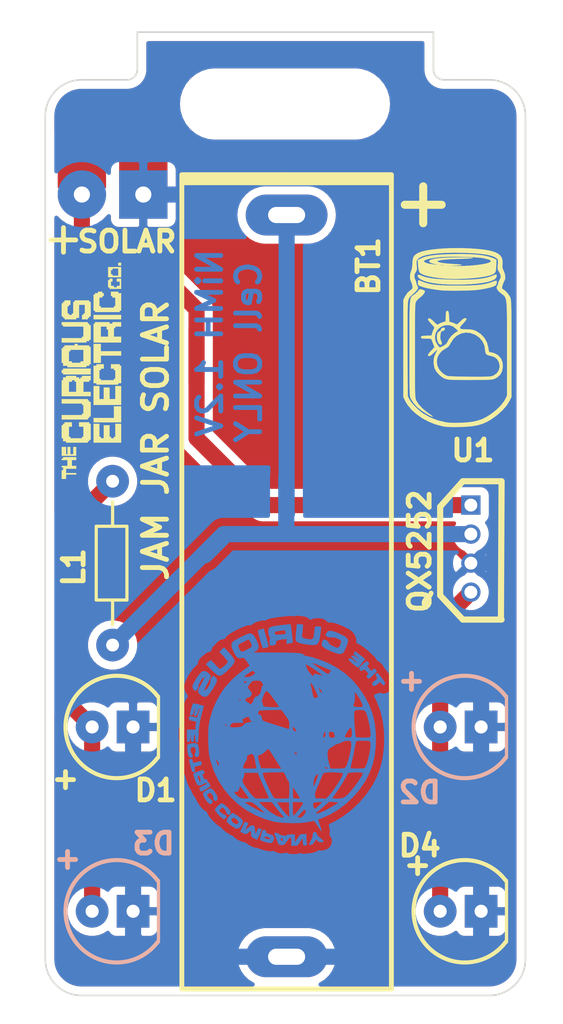
<source format=kicad_pcb>
(kicad_pcb (version 20171130) (host pcbnew "(5.1.0)-1")
  (layers (0 F.Cu signal) (31 B.Cu signal) (34 B.Paste user) (35 F.Paste user) (36 B.SilkS user) (37 F.SilkS user) (38 B.Mask user) (39 F.Mask user) (44 Edge.Cuts user))
  (net 0 "")
  (net 1 "Net-(BT1-Pad1)")
  (net 2 GND)
  (net 3 "Net-(D1-Pad2)")
  (net 4 "Net-(J1-Pad2)")
  (module REInnovationFootprint:TH_QX5252 (layer F.Cu) (at 192.405 59.69)
    (fp_text reference U1 (at 0.127 -6.985 180) (layer F.SilkS) (effects (font (size 1.3 1.3) (thickness 0.3))))
    (fp_text value QX5252 (at -3.175 -0.74 90) (layer F.SilkS) (effects (font (size 1.3 1.3) (thickness 0.3))))
    (pad 4 thru_hole circle (at 0 1.8) (size 1.2 1.2) (drill 0.8) (layers *.Cu *.Mask) (net 3 "Net-(D1-Pad2)"))
    (pad 1 thru_hole rect (at 0 -3.6) (size 1.2 1.2) (drill 0.8) (layers *.Cu *.Mask) (net 4 "Net-(J1-Pad2)"))
    (pad 3 thru_hole circle (at 0 0) (size 1.2 1.2) (drill 0.8) (layers *.Cu *.Mask) (net 2 GND))
    (pad 2 thru_hole circle (at 0 -1.8) (size 1.2 1.2) (drill 0.8) (layers *.Cu *.Mask) (net 1 "Net-(BT1-Pad1)"))
  )
  (module REInnovationFootprint:JJS_PCB_Outline (layer F.Cu) (at 180.975 56.515)
    (fp_text reference PCB1 hide)
    (fp_text value PCB_Outline hide)
    (fp_line (start -9.259571 -29.758981) (end -9.259571 -27.440255) (layer Edge.Cuts) (width 0.1))
    (fp_line (start -9.259571 -27.440255) (end -9.262878 -27.374506) (layer Edge.Cuts) (width 0.1))
    (fp_line (start -9.262878 -27.374506) (end -9.272562 -27.310662) (layer Edge.Cuts) (width 0.1))
    (fp_line (start -9.272562 -27.310662) (end -9.288304 -27.24912) (layer Edge.Cuts) (width 0.1))
    (fp_line (start -9.288304 -27.24912) (end -9.309815 -27.190118) (layer Edge.Cuts) (width 0.1))
    (fp_line (start -9.309815 -27.190118) (end -9.336749 -27.134053) (layer Edge.Cuts) (width 0.1))
    (fp_line (start -9.336749 -27.134053) (end -9.36879 -27.081163) (layer Edge.Cuts) (width 0.1))
    (fp_line (start -9.36879 -27.081163) (end -9.40562 -27.031818) (layer Edge.Cuts) (width 0.1))
    (fp_line (start -9.40562 -27.031818) (end -9.446948 -26.986337) (layer Edge.Cuts) (width 0.1))
    (fp_line (start -9.446948 -26.986337) (end -9.492457 -26.945009) (layer Edge.Cuts) (width 0.1))
    (fp_line (start -9.492457 -26.945009) (end -9.541801 -26.908152) (layer Edge.Cuts) (width 0.1))
    (fp_line (start -9.541801 -26.908152) (end -9.594665 -26.876111) (layer Edge.Cuts) (width 0.1))
    (fp_line (start -9.594665 -26.876111) (end -9.650757 -26.849177) (layer Edge.Cuts) (width 0.1))
    (fp_line (start -9.650757 -26.849177) (end -9.709732 -26.827693) (layer Edge.Cuts) (width 0.1))
    (fp_line (start -9.709732 -26.827693) (end -9.771301 -26.81195) (layer Edge.Cuts) (width 0.1))
    (fp_line (start -9.771301 -26.81195) (end -9.835118 -26.802266) (layer Edge.Cuts) (width 0.1))
    (fp_line (start -9.835118 -26.802266) (end -9.900893 -26.798959) (layer Edge.Cuts) (width 0.1))
    (fp_line (start -9.900893 -26.798959) (end -10.055913 -26.798959) (layer Edge.Cuts) (width 0.1))
    (fp_line (start -10.055913 -26.798959) (end -10.210958 -26.798959) (layer Edge.Cuts) (width 0.1))
    (fp_line (start -10.210958 -26.798959) (end -12.719311 -26.798959) (layer Edge.Cuts) (width 0.1))
    (fp_line (start -12.719311 -26.798959) (end -12.835383 -26.796048) (layer Edge.Cuts) (width 0.1))
    (fp_line (start -12.835383 -26.796048) (end -12.949895 -26.787397) (layer Edge.Cuts) (width 0.1))
    (fp_line (start -12.949895 -26.787397) (end -13.062713 -26.773136) (layer Edge.Cuts) (width 0.1))
    (fp_line (start -13.062713 -26.773136) (end -13.173679 -26.753424) (layer Edge.Cuts) (width 0.1))
    (fp_line (start -13.173679 -26.753424) (end -13.282661 -26.728395) (layer Edge.Cuts) (width 0.1))
    (fp_line (start -13.282661 -26.728395) (end -13.389526 -26.698179) (layer Edge.Cuts) (width 0.1))
    (fp_line (start -13.389526 -26.698179) (end -13.494116 -26.662937) (layer Edge.Cuts) (width 0.1))
    (fp_line (start -13.494116 -26.662937) (end -13.596351 -26.622773) (layer Edge.Cuts) (width 0.1))
    (fp_line (start -13.596351 -26.622773) (end -13.696019 -26.577847) (layer Edge.Cuts) (width 0.1))
    (fp_line (start -13.696019 -26.577847) (end -13.793015 -26.52829) (layer Edge.Cuts) (width 0.1))
    (fp_line (start -13.793015 -26.52829) (end -13.887207 -26.474263) (layer Edge.Cuts) (width 0.1))
    (fp_line (start -13.887207 -26.474263) (end -13.978435 -26.415896) (layer Edge.Cuts) (width 0.1))
    (fp_line (start -13.978435 -26.415896) (end -14.066567 -26.353295) (layer Edge.Cuts) (width 0.1))
    (fp_line (start -14.066567 -26.353295) (end -14.151472 -26.286647) (layer Edge.Cuts) (width 0.1))
    (fp_line (start -14.151472 -26.286647) (end -14.23299 -26.216083) (layer Edge.Cuts) (width 0.1))
    (fp_line (start -14.23299 -26.216083) (end -14.311016 -26.141708) (layer Edge.Cuts) (width 0.1))
    (fp_line (start -14.311016 -26.141708) (end -14.38539 -26.063683) (layer Edge.Cuts) (width 0.1))
    (fp_line (start -14.38539 -26.063683) (end -14.455954 -25.982138) (layer Edge.Cuts) (width 0.1))
    (fp_line (start -14.455954 -25.982138) (end -14.522629 -25.89726) (layer Edge.Cuts) (width 0.1))
    (fp_line (start -14.522629 -25.89726) (end -14.585203 -25.809101) (layer Edge.Cuts) (width 0.1))
    (fp_line (start -14.585203 -25.809101) (end -14.64357 -25.717873) (layer Edge.Cuts) (width 0.1))
    (fp_line (start -14.64357 -25.717873) (end -14.697624 -25.623708) (layer Edge.Cuts) (width 0.1))
    (fp_line (start -14.697624 -25.623708) (end -14.747154 -25.526712) (layer Edge.Cuts) (width 0.1))
    (fp_line (start -14.747154 -25.526712) (end -14.792081 -25.427017) (layer Edge.Cuts) (width 0.1))
    (fp_line (start -14.792081 -25.427017) (end -14.832244 -25.324808) (layer Edge.Cuts) (width 0.1))
    (fp_line (start -14.832244 -25.324808) (end -14.867487 -25.220219) (layer Edge.Cuts) (width 0.1))
    (fp_line (start -14.867487 -25.220219) (end -14.897702 -25.113353) (layer Edge.Cuts) (width 0.1))
    (fp_line (start -14.897702 -25.113353) (end -14.922732 -25.004345) (layer Edge.Cuts) (width 0.1))
    (fp_line (start -14.922732 -25.004345) (end -14.942443 -24.893379) (layer Edge.Cuts) (width 0.1))
    (fp_line (start -14.942443 -24.893379) (end -14.956704 -24.780587) (layer Edge.Cuts) (width 0.1))
    (fp_line (start -14.956704 -24.780587) (end -14.965356 -24.666076) (layer Edge.Cuts) (width 0.1))
    (fp_line (start -14.965356 -24.666076) (end -14.968266 -24.550003) (layer Edge.Cuts) (width 0.1))
    (fp_line (start -14.968266 -24.550003) (end -14.968266 27.737127) (layer Edge.Cuts) (width 0.1))
    (fp_line (start -14.968266 27.737127) (end -14.965356 27.853279) (layer Edge.Cuts) (width 0.1))
    (fp_line (start -14.965356 27.853279) (end -14.956704 27.967844) (layer Edge.Cuts) (width 0.1))
    (fp_line (start -14.956704 27.967844) (end -14.942443 28.080556) (layer Edge.Cuts) (width 0.1))
    (fp_line (start -14.942443 28.080556) (end -14.922732 28.191416) (layer Edge.Cuts) (width 0.1))
    (fp_line (start -14.922732 28.191416) (end -14.897702 28.300424) (layer Edge.Cuts) (width 0.1))
    (fp_line (start -14.897702 28.300424) (end -14.867487 28.407316) (layer Edge.Cuts) (width 0.1))
    (fp_line (start -14.867487 28.407316) (end -14.832244 28.512091) (layer Edge.Cuts) (width 0.1))
    (fp_line (start -14.832244 28.512091) (end -14.792081 28.61422) (layer Edge.Cuts) (width 0.1))
    (fp_line (start -14.792081 28.61422) (end -14.747154 28.713968) (layer Edge.Cuts) (width 0.1))
    (fp_line (start -14.747154 28.713968) (end -14.697624 28.810805) (layer Edge.Cuts) (width 0.1))
    (fp_line (start -14.697624 28.810805) (end -14.64357 28.904997) (layer Edge.Cuts) (width 0.1))
    (fp_line (start -14.64357 28.904997) (end -14.585203 28.996278) (layer Edge.Cuts) (width 0.1))
    (fp_line (start -14.585203 28.996278) (end -14.522629 29.084384) (layer Edge.Cuts) (width 0.1))
    (fp_line (start -14.522629 29.084384) (end -14.455954 29.169315) (layer Edge.Cuts) (width 0.1))
    (fp_line (start -14.455954 29.169315) (end -14.38539 29.250807) (layer Edge.Cuts) (width 0.1))
    (fp_line (start -14.38539 29.250807) (end -14.311016 29.328859) (layer Edge.Cuts) (width 0.1))
    (fp_line (start -14.311016 29.328859) (end -14.23299 29.403206) (layer Edge.Cuts) (width 0.1))
    (fp_line (start -14.23299 29.403206) (end -14.151472 29.47385) (layer Edge.Cuts) (width 0.1))
    (fp_line (start -14.151472 29.47385) (end -14.066567 29.540525) (layer Edge.Cuts) (width 0.1))
    (fp_line (start -14.066567 29.540525) (end -13.978435 29.602967) (layer Edge.Cuts) (width 0.1))
    (fp_line (start -13.978435 29.602967) (end -13.887207 29.661439) (layer Edge.Cuts) (width 0.1))
    (fp_line (start -13.887207 29.661439) (end -13.793015 29.715414) (layer Edge.Cuts) (width 0.1))
    (fp_line (start -13.793015 29.715414) (end -13.696019 29.764891) (layer Edge.Cuts) (width 0.1))
    (fp_line (start -13.696019 29.764891) (end -13.596351 29.80987) (layer Edge.Cuts) (width 0.1))
    (fp_line (start -13.596351 29.80987) (end -13.494116 29.850087) (layer Edge.Cuts) (width 0.1))
    (fp_line (start -13.494116 29.850087) (end -13.389526 29.885277) (layer Edge.Cuts) (width 0.1))
    (fp_line (start -13.389526 29.885277) (end -13.282661 29.915439) (layer Edge.Cuts) (width 0.1))
    (fp_line (start -13.282661 29.915439) (end -13.173679 29.940574) (layer Edge.Cuts) (width 0.1))
    (fp_line (start -13.173679 29.940574) (end -13.062713 29.960418) (layer Edge.Cuts) (width 0.1))
    (fp_line (start -13.062713 29.960418) (end -12.949895 29.974441) (layer Edge.Cuts) (width 0.1))
    (fp_line (start -12.949895 29.974441) (end -12.835383 29.983172) (layer Edge.Cuts) (width 0.1))
    (fp_line (start -12.835383 29.983172) (end -12.719311 29.986083) (layer Edge.Cuts) (width 0.1))
    (fp_line (start -12.719311 29.986083) (end 12.567521 29.986083) (layer Edge.Cuts) (width 0.1))
    (fp_line (start 12.567521 29.986083) (end 12.683673 29.983172) (layer Edge.Cuts) (width 0.1))
    (fp_line (start 12.683673 29.983172) (end 12.797973 29.974441) (layer Edge.Cuts) (width 0.1))
    (fp_line (start 12.797973 29.974441) (end 12.91095 29.960418) (layer Edge.Cuts) (width 0.1))
    (fp_line (start 12.91095 29.960418) (end 13.02181 29.940574) (layer Edge.Cuts) (width 0.1))
    (fp_line (start 13.02181 29.940574) (end 13.130819 29.915439) (layer Edge.Cuts) (width 0.1))
    (fp_line (start 13.130819 29.915439) (end 13.23771 29.885277) (layer Edge.Cuts) (width 0.1))
    (fp_line (start 13.23771 29.885277) (end 13.34222 29.850087) (layer Edge.Cuts) (width 0.1))
    (fp_line (start 13.34222 29.850087) (end 13.444614 29.80987) (layer Edge.Cuts) (width 0.1))
    (fp_line (start 13.444614 29.80987) (end 13.544097 29.764891) (layer Edge.Cuts) (width 0.1))
    (fp_line (start 13.544097 29.764891) (end 13.641199 29.715414) (layer Edge.Cuts) (width 0.1))
    (fp_line (start 13.641199 29.715414) (end 13.735391 29.661439) (layer Edge.Cuts) (width 0.1))
    (fp_line (start 13.735391 29.661439) (end 13.826672 29.602967) (layer Edge.Cuts) (width 0.1))
    (fp_line (start 13.826672 29.602967) (end 13.914778 29.540525) (layer Edge.Cuts) (width 0.1))
    (fp_line (start 13.914778 29.540525) (end 13.999709 29.47385) (layer Edge.Cuts) (width 0.1))
    (fp_line (start 13.999709 29.47385) (end 14.081201 29.403206) (layer Edge.Cuts) (width 0.1))
    (fp_line (start 14.081201 29.403206) (end 14.159253 29.328859) (layer Edge.Cuts) (width 0.1))
    (fp_line (start 14.159253 29.328859) (end 14.233601 29.250807) (layer Edge.Cuts) (width 0.1))
    (fp_line (start 14.233601 29.250807) (end 14.304244 29.169315) (layer Edge.Cuts) (width 0.1))
    (fp_line (start 14.304244 29.169315) (end 14.370655 29.084384) (layer Edge.Cuts) (width 0.1))
    (fp_line (start 14.370655 29.084384) (end 14.433361 28.996278) (layer Edge.Cuts) (width 0.1))
    (fp_line (start 14.433361 28.996278) (end 14.491834 28.904997) (layer Edge.Cuts) (width 0.1))
    (fp_line (start 14.491834 28.904997) (end 14.545809 28.810805) (layer Edge.Cuts) (width 0.1))
    (fp_line (start 14.545809 28.810805) (end 14.595286 28.713968) (layer Edge.Cuts) (width 0.1))
    (fp_line (start 14.595286 28.713968) (end 14.640265 28.61422) (layer Edge.Cuts) (width 0.1))
    (fp_line (start 14.640265 28.61422) (end 14.680481 28.512091) (layer Edge.Cuts) (width 0.1))
    (fp_line (start 14.680481 28.512091) (end 14.715671 28.407316) (layer Edge.Cuts) (width 0.1))
    (fp_line (start 14.715671 28.407316) (end 14.745833 28.300424) (layer Edge.Cuts) (width 0.1))
    (fp_line (start 14.745833 28.300424) (end 14.770969 28.191416) (layer Edge.Cuts) (width 0.1))
    (fp_line (start 14.770969 28.191416) (end 14.790548 28.080556) (layer Edge.Cuts) (width 0.1))
    (fp_line (start 14.790548 28.080556) (end 14.804835 27.967844) (layer Edge.Cuts) (width 0.1))
    (fp_line (start 14.804835 27.967844) (end 14.813567 27.853279) (layer Edge.Cuts) (width 0.1))
    (fp_line (start 14.813567 27.853279) (end 14.816477 27.737127) (layer Edge.Cuts) (width 0.1))
    (fp_line (start 14.816477 27.737127) (end 14.816477 -24.550003) (layer Edge.Cuts) (width 0.1))
    (fp_line (start 14.816477 -24.550003) (end 14.813567 -24.666076) (layer Edge.Cuts) (width 0.1))
    (fp_line (start 14.813567 -24.666076) (end 14.804835 -24.780587) (layer Edge.Cuts) (width 0.1))
    (fp_line (start 14.804835 -24.780587) (end 14.790548 -24.893379) (layer Edge.Cuts) (width 0.1))
    (fp_line (start 14.790548 -24.893379) (end 14.770969 -25.004345) (layer Edge.Cuts) (width 0.1))
    (fp_line (start 14.770969 -25.004345) (end 14.745833 -25.113353) (layer Edge.Cuts) (width 0.1))
    (fp_line (start 14.745833 -25.113353) (end 14.715671 -25.220219) (layer Edge.Cuts) (width 0.1))
    (fp_line (start 14.715671 -25.220219) (end 14.680481 -25.324808) (layer Edge.Cuts) (width 0.1))
    (fp_line (start 14.680481 -25.324808) (end 14.640265 -25.427017) (layer Edge.Cuts) (width 0.1))
    (fp_line (start 14.640265 -25.427017) (end 14.595286 -25.526712) (layer Edge.Cuts) (width 0.1))
    (fp_line (start 14.595286 -25.526712) (end 14.545809 -25.623708) (layer Edge.Cuts) (width 0.1))
    (fp_line (start 14.545809 -25.623708) (end 14.491834 -25.717873) (layer Edge.Cuts) (width 0.1))
    (fp_line (start 14.491834 -25.717873) (end 14.433361 -25.809101) (layer Edge.Cuts) (width 0.1))
    (fp_line (start 14.433361 -25.809101) (end 14.370655 -25.89726) (layer Edge.Cuts) (width 0.1))
    (fp_line (start 14.370655 -25.89726) (end 14.304244 -25.982138) (layer Edge.Cuts) (width 0.1))
    (fp_line (start 14.304244 -25.982138) (end 14.233601 -26.063683) (layer Edge.Cuts) (width 0.1))
    (fp_line (start 14.233601 -26.063683) (end 14.159253 -26.141708) (layer Edge.Cuts) (width 0.1))
    (fp_line (start 14.159253 -26.141708) (end 14.081201 -26.216083) (layer Edge.Cuts) (width 0.1))
    (fp_line (start 14.081201 -26.216083) (end 13.999709 -26.286647) (layer Edge.Cuts) (width 0.1))
    (fp_line (start 13.999709 -26.286647) (end 13.914778 -26.353295) (layer Edge.Cuts) (width 0.1))
    (fp_line (start 13.914778 -26.353295) (end 13.826672 -26.415896) (layer Edge.Cuts) (width 0.1))
    (fp_line (start 13.826672 -26.415896) (end 13.735391 -26.474263) (layer Edge.Cuts) (width 0.1))
    (fp_line (start 13.735391 -26.474263) (end 13.641199 -26.52829) (layer Edge.Cuts) (width 0.1))
    (fp_line (start 13.641199 -26.52829) (end 13.544097 -26.577847) (layer Edge.Cuts) (width 0.1))
    (fp_line (start 13.544097 -26.577847) (end 13.444614 -26.622773) (layer Edge.Cuts) (width 0.1))
    (fp_line (start 13.444614 -26.622773) (end 13.34222 -26.662937) (layer Edge.Cuts) (width 0.1))
    (fp_line (start 13.34222 -26.662937) (end 13.23771 -26.698179) (layer Edge.Cuts) (width 0.1))
    (fp_line (start 13.23771 -26.698179) (end 13.130819 -26.728395) (layer Edge.Cuts) (width 0.1))
    (fp_line (start 13.130819 -26.728395) (end 13.02181 -26.753424) (layer Edge.Cuts) (width 0.1))
    (fp_line (start 13.02181 -26.753424) (end 12.91095 -26.773136) (layer Edge.Cuts) (width 0.1))
    (fp_line (start 12.91095 -26.773136) (end 12.797973 -26.787397) (layer Edge.Cuts) (width 0.1))
    (fp_line (start 12.797973 -26.787397) (end 12.683673 -26.796048) (layer Edge.Cuts) (width 0.1))
    (fp_line (start 12.683673 -26.796048) (end 12.567521 -26.798959) (layer Edge.Cuts) (width 0.1))
    (fp_line (start 12.567521 -26.798959) (end 10.05901 -26.798959) (layer Edge.Cuts) (width 0.1))
    (fp_line (start 10.05901 -26.798959) (end 9.903964 -26.798959) (layer Edge.Cuts) (width 0.1))
    (fp_line (start 9.903964 -26.798959) (end 9.749183 -26.798959) (layer Edge.Cuts) (width 0.1))
    (fp_line (start 9.749183 -26.798959) (end 9.683302 -26.802266) (layer Edge.Cuts) (width 0.1))
    (fp_line (start 9.683302 -26.802266) (end 9.619538 -26.81195) (layer Edge.Cuts) (width 0.1))
    (fp_line (start 9.619538 -26.81195) (end 9.55789 -26.827693) (layer Edge.Cuts) (width 0.1))
    (fp_line (start 9.55789 -26.827693) (end 9.498888 -26.849177) (layer Edge.Cuts) (width 0.1))
    (fp_line (start 9.498888 -26.849177) (end 9.442796 -26.876111) (layer Edge.Cuts) (width 0.1))
    (fp_line (start 9.442796 -26.876111) (end 9.38988 -26.908152) (layer Edge.Cuts) (width 0.1))
    (fp_line (start 9.38988 -26.908152) (end 9.340667 -26.945009) (layer Edge.Cuts) (width 0.1))
    (fp_line (start 9.340667 -26.945009) (end 9.295159 -26.986337) (layer Edge.Cuts) (width 0.1))
    (fp_line (start 9.295159 -26.986337) (end 9.253884 -27.031818) (layer Edge.Cuts) (width 0.1))
    (fp_line (start 9.253884 -27.031818) (end 9.216842 -27.081163) (layer Edge.Cuts) (width 0.1))
    (fp_line (start 9.216842 -27.081163) (end 9.184828 -27.134053) (layer Edge.Cuts) (width 0.1))
    (fp_line (start 9.184828 -27.134053) (end 9.158105 -27.190118) (layer Edge.Cuts) (width 0.1))
    (fp_line (start 9.158105 -27.190118) (end 9.136409 -27.24912) (layer Edge.Cuts) (width 0.1))
    (fp_line (start 9.136409 -27.24912) (end 9.120799 -27.310662) (layer Edge.Cuts) (width 0.1))
    (fp_line (start 9.120799 -27.310662) (end 9.111009 -27.374506) (layer Edge.Cuts) (width 0.1))
    (fp_line (start 9.111009 -27.374506) (end 9.107834 -27.440255) (layer Edge.Cuts) (width 0.1))
    (fp_line (start 9.107834 -27.440255) (end 9.107834 -29.758981) (layer Edge.Cuts) (width 0.1))
    (fp_line (start 9.107834 -29.758981) (end -9.259571 -29.758981) (layer Edge.Cuts) (width 0.1))
    (fp_line (start -9.259571 -29.758981) (end -9.259571 -29.758981) (layer Edge.Cuts) (width 0.1))
    (pad "" np_thru_hole oval (at -0.1 -25.3) (size 12 3.4) (drill oval 12 3.4) (layers *.Cu *.Mask))
  )
  (module REInnovationFootprint:Solar_PV_TH_SMD (layer F.Cu) (at 170.18 36.83 180)
    (fp_text reference J1 hide)
    (fp_text value SOLAR (at -0.889 -2.921 180) (layer F.SilkS) (effects (font (size 1.3 1.3) (thickness 0.3))))
    (fp_text user + (at 3.048 -2.667 180) (layer F.SilkS) (effects (font (size 2 2) (thickness 0.3))))
    (pad 1 thru_hole rect (at -1.905 0 180) (size 3 3) (drill 1.00076) (layers *.Cu *.Mask) (net 2 GND))
    (pad 2 thru_hole circle (at 1.905 0 180) (size 3 3) (drill 1.00076) (layers *.Cu *.Mask) (net 4 "Net-(J1-Pad2)"))
    (pad 1 smd rect (at -1.905 1.905 180) (size 3 3) (layers F.Cu F.Paste F.Mask) (net 2 GND))
    (pad 2 smd rect (at 1.905 1.905 180) (size 3 3) (layers F.Cu F.Paste F.Mask) (net 4 "Net-(J1-Pad2)"))
  )
  (module REInnovationFootprint:Batt_Holder_AAA (layer F.Cu) (at 187.475 36.1 270)
    (fp_text reference BT1 (at 5.175 1.42 90) (layer F.SilkS) (effects (font (size 1.3 1.3) (thickness 0.3))))
    (fp_text value Battery_Cell hide)
    (fp_text user + (at 1.365 -1.755 90) (layer F.SilkS) (effects (font (size 3 3) (thickness 0.5))))
    (pad 1 thru_hole oval (at 2 6.5 270) (size 2.54 5.08) (drill oval 1 2.3) (layers *.Cu *.Mask) (net 1 "Net-(BT1-Pad1)"))
    (pad 2 thru_hole oval (at 48 6.5 270) (size 2.54 5.08) (drill oval 1 2.3) (layers *.Cu *.Mask) (net 2 GND))
  )
  (module REInnovationFootprint:TH_LED-5MM_larg_pad (layer B.Cu) (at 170.18 81.28)
    (fp_text reference D3 (at 2.54 -4.191) (layer B.SilkS) (effects (font (size 1.3 1.3) (thickness 0.3)) (justify mirror)))
    (fp_text value LED hide)
    (fp_text user + (at -2.794 -3.302) (layer B.SilkS) (effects (font (size 1.3 1.3) (thickness 0.3)) (justify mirror)))
    (pad 1 thru_hole rect (at 1.27 0) (size 2.032 2.032) (drill 0.8128) (layers *.Cu *.Mask) (net 2 GND))
    (pad 2 thru_hole circle (at -1.27 0) (size 2.032 2.032) (drill 0.8128) (layers *.Cu *.Mask) (net 3 "Net-(D1-Pad2)"))
  )
  (module REInnovationFootprint:TH_LED-5MM_larg_pad (layer F.Cu) (at 170.18 69.85)
    (fp_text reference D1 (at 2.667 3.937) (layer F.SilkS) (effects (font (size 1.3 1.3) (thickness 0.3))))
    (fp_text value LED hide)
    (fp_text user + (at -2.921 3.175) (layer F.SilkS) (effects (font (size 1.3 1.3) (thickness 0.3))))
    (pad 1 thru_hole rect (at 1.27 0) (size 2.032 2.032) (drill 0.8128) (layers *.Cu *.Mask) (net 2 GND))
    (pad 2 thru_hole circle (at -1.27 0) (size 2.032 2.032) (drill 0.8128) (layers *.Cu *.Mask) (net 3 "Net-(D1-Pad2)"))
  )
  (module REInnovationFootprint:TH_LED-5MM_larg_pad (layer B.Cu) (at 191.77 69.85)
    (fp_text reference D2 (at -2.54 4.064) (layer B.SilkS) (effects (font (size 1.3 1.3) (thickness 0.3)) (justify mirror)))
    (fp_text value LED hide)
    (fp_text user + (at -3.048 -2.921) (layer B.SilkS) (effects (font (size 1.3 1.3) (thickness 0.3)) (justify mirror)))
    (pad 1 thru_hole rect (at 1.27 0) (size 2.032 2.032) (drill 0.8128) (layers *.Cu *.Mask) (net 2 GND))
    (pad 2 thru_hole circle (at -1.27 0) (size 2.032 2.032) (drill 0.8128) (layers *.Cu *.Mask) (net 3 "Net-(D1-Pad2)"))
  )
  (module REInnovationFootprint:TH_LED-5MM_larg_pad (layer F.Cu) (at 191.77 81.28)
    (fp_text reference D4 (at -2.54 -4.064) (layer F.SilkS) (effects (font (size 1.3 1.3) (thickness 0.3))))
    (fp_text value LED hide)
    (fp_text user + (at -2.667 -2.921) (layer F.SilkS) (effects (font (size 1.3 1.3) (thickness 0.3))))
    (pad 1 thru_hole rect (at 1.27 0) (size 2.032 2.032) (drill 0.8128) (layers *.Cu *.Mask) (net 2 GND))
    (pad 2 thru_hole circle (at -1.27 0) (size 2.032 2.032) (drill 0.8128) (layers *.Cu *.Mask) (net 3 "Net-(D1-Pad2)"))
  )
  (module CuriousElectric3:TCEC_Words_13mm (layer F.Cu) (at 166.751 54.737 90)
    (fp_text reference LG1 hide)
    (fp_text value Logo1 hide)
  )
  (module CuriousElectric3:2020_04_14_CuriousElectricCompany_Logo_Round_15mm_FCu (layer B.Cu) (at 181.737 70.866 180)
    (fp_text reference LG2 hide)
    (fp_text value Logo2 hide)
    (fp_poly (pts (xy 0.10788 7.399154) (xy 0.123038 7.346934) (xy 0.14048 7.231448) (xy 0.158364 7.073997) (xy 0.174844 6.89588) (xy 0.188076 6.718397) (xy 0.196215 6.56285) (xy 0.197417 6.450536) (xy 0.1935 6.41038) (xy 0.146591 6.324763) (xy 0.047396 6.256487) (xy -0.113822 6.20141) (xy -0.346799 6.155392) (xy -0.437442 6.141994) (xy -0.682648 6.111501) (xy -0.860962 6.099299) (xy -0.988252 6.105822) (xy -1.080388 6.131507) (xy -1.132366 6.16105) (xy -1.206386 6.244881) (xy -1.263778 6.386143) (xy -1.307656 6.594674) (xy -1.33289 6.7945) (xy -1.350247 6.947951) (xy -1.367624 7.078468) (xy -1.377757 7.139332) (xy -1.37894 7.197729) (xy -1.337786 7.228928) (xy -1.234336 7.246433) (xy -1.216781 7.248256) (xy -1.100057 7.250671) (xy -1.022179 7.235088) (xy -1.009834 7.225573) (xy -0.992695 7.165732) (xy -0.973114 7.046247) (xy -0.955082 6.891897) (xy -0.953644 6.876847) (xy -0.930381 6.674608) (xy -0.897254 6.544358) (xy -0.841106 6.473486) (xy -0.748779 6.44938) (xy -0.607113 6.459426) (xy -0.529977 6.470758) (xy -0.343174 6.508905) (xy -0.231293 6.556628) (xy -0.184656 6.6201) (xy -0.188429 6.688666) (xy -0.200752 6.760849) (xy -0.216756 6.889879) (xy -0.233039 7.048236) (xy -0.23349 7.053082) (xy -0.261387 7.353997) (xy -0.082709 7.382569) (xy 0.029282 7.397545) (xy 0.098708 7.401279) (xy 0.10788 7.399154)) (layer B.Cu) (width 0.01))
    (fp_poly (pts (xy 0.560957 7.386584) (xy 0.67378 7.376409) (xy 0.840149 7.35865) (xy 1.044844 7.334874) (xy 1.13378 7.324063) (xy 1.410088 7.287731) (xy 1.612736 7.252366) (xy 1.752404 7.211487) (xy 1.83977 7.158615) (xy 1.885515 7.08727) (xy 1.900317 6.990972) (xy 1.894855 6.863241) (xy 1.894778 6.862307) (xy 1.86487 6.686547) (xy 1.811401 6.587294) (xy 1.803208 6.580553) (xy 1.759655 6.526766) (xy 1.775467 6.499732) (xy 1.80542 6.440681) (xy 1.819178 6.333097) (xy 1.814976 6.211877) (xy 1.794638 6.120629) (xy 1.771257 6.078335) (xy 1.728989 6.062915) (xy 1.644424 6.071588) (xy 1.545167 6.090989) (xy 1.453676 6.124114) (xy 1.420785 6.190628) (xy 1.418167 6.241121) (xy 1.40987 6.312324) (xy 1.375101 6.361721) (xy 1.299043 6.396344) (xy 1.166882 6.423223) (xy 0.98425 6.447009) (xy 0.762 6.473011) (xy 0.762 6.173224) (xy 0.582084 6.202948) (xy 0.467859 6.224682) (xy 0.39494 6.243918) (xy 0.384428 6.249102) (xy 0.383555 6.293591) (xy 0.391781 6.402965) (xy 0.406893 6.558198) (xy 0.426676 6.740269) (xy 0.436057 6.820357) (xy 0.820256 6.820357) (xy 0.846112 6.784374) (xy 0.928569 6.767425) (xy 0.984057 6.762006) (xy 1.196029 6.744731) (xy 1.338782 6.73895) (xy 1.427125 6.7458) (xy 1.475871 6.766416) (xy 1.499692 6.801579) (xy 1.504556 6.880615) (xy 1.489199 6.909735) (xy 1.436781 6.930334) (xy 1.329868 6.956035) (xy 1.1943 6.982361) (xy 1.055916 7.004832) (xy 0.940557 7.018972) (xy 0.874062 7.020302) (xy 0.867458 7.017474) (xy 0.852218 6.972723) (xy 0.831262 6.892193) (xy 0.820256 6.820357) (xy 0.436057 6.820357) (xy 0.448918 6.930152) (xy 0.471405 7.108825) (xy 0.491923 7.257265) (xy 0.50826 7.356447) (xy 0.5169 7.387608) (xy 0.560957 7.386584)) (layer B.Cu) (width 0.01))
    (fp_poly (pts (xy 2.3193 7.083914) (xy 2.423982 7.051697) (xy 2.508792 7.018003) (xy 2.541338 6.993951) (xy 2.531888 6.922987) (xy 2.503688 6.797124) (xy 2.461953 6.634447) (xy 2.411904 6.45304) (xy 2.358756 6.270986) (xy 2.307729 6.10637) (xy 2.264039 5.977276) (xy 2.232906 5.901788) (xy 2.222723 5.889683) (xy 2.156939 5.903843) (xy 2.048053 5.932102) (xy 2.020969 5.939592) (xy 1.91273 5.982338) (xy 1.878787 6.032762) (xy 1.881552 6.050659) (xy 1.900099 6.116134) (xy 1.935736 6.244435) (xy 1.983247 6.416711) (xy 2.034649 6.604) (xy 2.08742 6.794182) (xy 2.132493 6.951904) (xy 2.165078 7.060728) (xy 2.180375 7.104199) (xy 2.22726 7.104725) (xy 2.3193 7.083914)) (layer B.Cu) (width 0.01))
    (fp_poly (pts (xy -1.808649 6.948711) (xy -1.742467 6.878197) (xy -1.680679 6.786971) (xy -1.651737 6.719243) (xy -1.65143 6.714707) (xy -1.688713 6.662595) (xy -1.778698 6.61245) (xy -1.889944 6.575618) (xy -1.991007 6.56344) (xy -2.038139 6.575199) (xy -2.111662 6.581913) (xy -2.230964 6.556647) (xy -2.36848 6.509723) (xy -2.496647 6.451463) (xy -2.587901 6.392187) (xy -2.613776 6.359652) (xy -2.612155 6.289711) (xy -2.583788 6.175797) (xy -2.562807 6.11557) (xy -2.506391 5.998761) (xy -2.438228 5.938699) (xy -2.342724 5.933086) (xy -2.20429 5.979622) (xy -2.071341 6.043083) (xy -1.92802 6.126471) (xy -1.860335 6.194684) (xy -1.853519 6.231754) (xy -1.826834 6.296466) (xy -1.746782 6.364445) (xy -1.641689 6.41672) (xy -1.550552 6.434666) (xy -1.497551 6.398341) (xy -1.447332 6.308901) (xy -1.440017 6.288573) (xy -1.41501 6.174998) (xy -1.428114 6.078517) (xy -1.487816 5.990659) (xy -1.602599 5.902953) (xy -1.780948 5.806929) (xy -2.031347 5.694115) (xy -2.038523 5.691041) (xy -2.219831 5.621651) (xy -2.390247 5.570637) (xy -2.52037 5.546518) (xy -2.540298 5.545666) (xy -2.659216 5.55828) (xy -2.736696 5.611499) (xy -2.787205 5.68325) (xy -2.866126 5.82996) (xy -2.941884 6.001784) (xy -3.003879 6.171) (xy -3.041512 6.309886) (xy -3.048 6.365354) (xy -3.018169 6.46337) (xy -2.951853 6.552566) (xy -2.845016 6.629153) (xy -2.68279 6.718648) (xy -2.490864 6.809567) (xy -2.294926 6.890429) (xy -2.120666 6.949752) (xy -2.00705 6.974865) (xy -1.886402 6.979494) (xy -1.808649 6.948711)) (layer B.Cu) (width 0.01))
    (fp_poly (pts (xy -3.456535 5.675395) (xy -3.427441 5.627421) (xy -3.403359 5.55146) (xy -3.443389 5.49393) (xy -3.469997 5.474104) (xy -3.554727 5.409581) (xy -3.638766 5.337845) (xy -3.705942 5.27421) (xy -3.740082 5.23399) (xy -3.725333 5.232335) (xy -3.651278 5.277878) (xy -3.548416 5.349847) (xy -3.524682 5.367445) (xy -3.41386 5.428943) (xy -3.320659 5.443656) (xy -3.266058 5.410551) (xy -3.259666 5.380496) (xy -3.290048 5.333606) (xy -3.368684 5.254347) (xy -3.451242 5.182687) (xy -3.550011 5.095795) (xy -3.611008 5.030356) (xy -3.62165 5.004539) (xy -3.580586 5.017692) (xy -3.495591 5.073371) (xy -3.407499 5.141508) (xy -3.2691 5.237212) (xy -3.165234 5.272716) (xy -3.103822 5.246789) (xy -3.090333 5.190807) (xy -3.121381 5.140999) (xy -3.201774 5.057612) (xy -3.312384 4.956867) (xy -3.434081 4.854983) (xy -3.547739 4.768181) (xy -3.634228 4.71268) (xy -3.667836 4.7011) (xy -3.708999 4.733548) (xy -3.785311 4.817627) (xy -3.881883 4.93667) (xy -3.904206 4.965684) (xy -4.104245 5.228166) (xy -3.967706 5.343359) (xy -3.847112 5.440771) (xy -3.705145 5.549656) (xy -3.653343 5.587903) (xy -3.548734 5.661867) (xy -3.490473 5.689747) (xy -3.456535 5.675395)) (layer B.Cu) (width 0.01))
    (fp_poly (pts (xy 4.791017 5.811855) (xy 4.923478 5.679394) (xy 4.663072 5.390868) (xy 4.548327 5.258626) (xy 4.45939 5.146413) (xy 4.409199 5.071023) (xy 4.402667 5.05276) (xy 4.433171 4.998831) (xy 4.51104 4.912667) (xy 4.615811 4.812709) (xy 4.727022 4.717394) (xy 4.824208 4.645163) (xy 4.886908 4.614453) (xy 4.889225 4.614333) (xy 4.940649 4.643543) (xy 5.03228 4.721647) (xy 5.147964 4.83436) (xy 5.202283 4.891195) (xy 5.461274 5.168057) (xy 5.609303 5.049945) (xy 5.698504 4.973843) (xy 5.75123 4.919337) (xy 5.757332 4.907592) (xy 5.728806 4.870249) (xy 5.651218 4.786765) (xy 5.536559 4.669663) (xy 5.402673 4.537176) (xy 5.225377 4.369781) (xy 5.089646 4.260895) (xy 4.980599 4.205923) (xy 4.883356 4.20027) (xy 4.783034 4.239339) (xy 4.673602 4.312021) (xy 4.52085 4.435952) (xy 4.364961 4.582555) (xy 4.219405 4.736634) (xy 4.097654 4.882989) (xy 4.013179 5.006424) (xy 3.979449 5.09174) (xy 3.979334 5.095305) (xy 4.008409 5.184439) (xy 4.087781 5.315532) (xy 4.20567 5.472969) (xy 4.350294 5.641135) (xy 4.509874 5.804413) (xy 4.525354 5.819075) (xy 4.658555 5.944316) (xy 4.791017 5.811855)) (layer B.Cu) (width 0.01))
    (fp_poly (pts (xy -4.154947 5.061902) (xy -4.068845 4.992838) (xy -3.961838 4.898014) (xy -3.837679 4.783893) (xy -3.768157 4.707704) (xy -3.74297 4.653052) (xy -3.751817 4.603544) (xy -3.762752 4.581182) (xy -3.830585 4.50061) (xy -3.910454 4.501855) (xy -3.978771 4.550325) (xy -4.027108 4.58189) (xy -4.076678 4.570663) (xy -4.150031 4.507729) (xy -4.190591 4.466588) (xy -4.274143 4.376716) (xy -4.305068 4.321575) (xy -4.290272 4.275693) (xy -4.253989 4.232769) (xy -4.201287 4.165859) (xy -4.207723 4.118477) (xy -4.25717 4.065362) (xy -4.3007 4.027747) (xy -4.341406 4.019178) (xy -4.396272 4.04737) (xy -4.482281 4.120038) (xy -4.582583 4.213186) (xy -4.697104 4.3241) (xy -4.782669 4.413791) (xy -4.82424 4.466295) (xy -4.826 4.471579) (xy -4.800528 4.522939) (xy -4.755344 4.579907) (xy -4.700844 4.631081) (xy -4.655585 4.625688) (xy -4.594101 4.572878) (xy -4.503514 4.487775) (xy -4.36102 4.634791) (xy -4.277356 4.724768) (xy -4.246307 4.779969) (xy -4.260957 4.825821) (xy -4.297344 4.868897) (xy -4.350026 4.935922) (xy -4.343425 4.983999) (xy -4.293655 5.038492) (xy -4.250098 5.077425) (xy -4.209613 5.087663) (xy -4.154947 5.061902)) (layer B.Cu) (width 0.01))
    (fp_poly (pts (xy -4.81843 4.331367) (xy -4.783007 4.296039) (xy -4.75318 4.233506) (xy -4.788403 4.167141) (xy -4.798991 4.155122) (xy -4.854702 4.077335) (xy -4.853744 4.012096) (xy -4.789376 3.940425) (xy -4.699 3.8735) (xy -4.581005 3.779572) (xy -4.535006 3.704969) (xy -4.554977 3.636134) (xy -4.580466 3.6068) (xy -4.639259 3.565816) (xy -4.706202 3.569401) (xy -4.801861 3.62264) (xy -4.8831 3.681674) (xy -5.046034 3.804993) (xy -5.14502 3.69108) (xy -5.21461 3.618671) (xy -5.260808 3.605578) (xy -5.3123 3.644361) (xy -5.314984 3.646993) (xy -5.344566 3.684258) (xy -5.348638 3.727407) (xy -5.320599 3.791926) (xy -5.253844 3.893299) (xy -5.148012 4.038576) (xy -5.041305 4.17792) (xy -4.950921 4.286859) (xy -4.88975 4.350301) (xy -4.873214 4.360333) (xy -4.81843 4.331367)) (layer B.Cu) (width 0.01))
    (fp_poly (pts (xy 6.035443 4.428733) (xy 6.145618 4.322739) (xy 6.265622 4.167841) (xy 6.382592 3.991687) (xy 6.485111 3.814504) (xy 6.561764 3.656516) (xy 6.601134 3.537951) (xy 6.604 3.510607) (xy 6.57499 3.403368) (xy 6.504969 3.309542) (xy 6.419453 3.261101) (xy 6.403741 3.259666) (xy 6.34673 3.293562) (xy 6.284784 3.374467) (xy 6.235461 3.471208) (xy 6.216323 3.552609) (xy 6.224127 3.578524) (xy 6.220303 3.631796) (xy 6.17907 3.729138) (xy 6.114087 3.847089) (xy 6.039014 3.962186) (xy 5.967509 4.050971) (xy 5.930548 4.082768) (xy 5.880027 4.095527) (xy 5.879267 4.041225) (xy 5.927893 3.921028) (xy 6.025528 3.7361) (xy 6.064179 3.668416) (xy 6.175656 3.462985) (xy 6.235971 3.309843) (xy 6.244975 3.193706) (xy 6.20252 3.099289) (xy 6.108457 3.01131) (xy 6.057431 2.975226) (xy 5.902991 2.895999) (xy 5.774149 2.891321) (xy 5.655057 2.961916) (xy 5.621475 2.995083) (xy 5.517215 3.12137) (xy 5.4021 3.284716) (xy 5.289103 3.463656) (xy 5.191194 3.636727) (xy 5.121347 3.782465) (xy 5.093831 3.868171) (xy 5.090064 3.975621) (xy 5.134568 4.053448) (xy 5.191216 4.103004) (xy 5.311372 4.197519) (xy 5.408306 4.077843) (xy 5.480174 3.946679) (xy 5.4813 3.858876) (xy 5.487237 3.773319) (xy 5.529026 3.660479) (xy 5.594833 3.537852) (xy 5.672822 3.422936) (xy 5.751159 3.333227) (xy 5.818007 3.28622) (xy 5.860694 3.297998) (xy 5.851989 3.350401) (xy 5.807605 3.45792) (xy 5.735384 3.603044) (xy 5.673963 3.715) (xy 5.584033 3.879521) (xy 5.512884 4.021772) (xy 5.469709 4.122672) (xy 5.461 4.15706) (xy 5.490893 4.223666) (xy 5.566476 4.314153) (xy 5.61064 4.355948) (xy 5.764884 4.461373) (xy 5.902919 4.485856) (xy 6.035443 4.428733)) (layer B.Cu) (width 0.01))
    (fp_poly (pts (xy 6.563123 2.468645) (xy 6.593042 2.408761) (xy 6.632198 2.294823) (xy 6.674074 2.151374) (xy 6.712153 2.002957) (xy 6.739918 1.874114) (xy 6.750852 1.789387) (xy 6.748216 1.771607) (xy 6.691826 1.74064) (xy 6.650596 1.735666) (xy 6.5987 1.759519) (xy 6.555686 1.840745) (xy 6.519334 1.9685) (xy 6.483645 2.094889) (xy 6.449488 2.179448) (xy 6.430187 2.201333) (xy 6.42259 2.165005) (xy 6.43828 2.071458) (xy 6.461318 1.984403) (xy 6.497727 1.824934) (xy 6.490999 1.735875) (xy 6.483049 1.724782) (xy 6.413145 1.695639) (xy 6.347396 1.747952) (xy 6.288928 1.87852) (xy 6.270675 1.942454) (xy 6.23255 2.063666) (xy 6.194285 2.142252) (xy 6.174256 2.159) (xy 6.148346 2.135851) (xy 6.151817 2.12725) (xy 6.172582 2.072256) (xy 6.207689 1.961802) (xy 6.241403 1.847826) (xy 6.312507 1.600152) (xy 6.468837 1.628466) (xy 6.601229 1.653963) (xy 6.713215 1.677941) (xy 6.720417 1.679646) (xy 6.787255 1.684339) (xy 6.812578 1.639451) (xy 6.815667 1.573775) (xy 6.810099 1.498789) (xy 6.781575 1.450808) (xy 6.712363 1.418555) (xy 6.584732 1.390752) (xy 6.506632 1.377214) (xy 6.40054 1.350091) (xy 6.362965 1.3104) (xy 6.365889 1.278268) (xy 6.411956 1.085438) (xy 6.421799 0.959714) (xy 6.395893 0.891902) (xy 6.386275 0.88436) (xy 6.392656 0.865272) (xy 6.474972 0.852513) (xy 6.624642 0.847355) (xy 6.63575 0.847315) (xy 6.942667 0.846666) (xy 6.942667 0.465666) (xy 6.941225 0.284585) (xy 6.934537 0.172056) (xy 6.91906 0.111985) (xy 6.891251 0.088274) (xy 6.858807 0.084666) (xy 6.802834 0.099681) (xy 6.764566 0.15436) (xy 6.738656 0.263154) (xy 6.719754 0.440514) (xy 6.71781 0.465666) (xy 6.710066 0.543388) (xy 6.703944 0.542838) (xy 6.698887 0.461571) (xy 6.696063 0.370416) (xy 6.689493 0.217807) (xy 6.675779 0.13153) (xy 6.649017 0.093259) (xy 6.604 0.084666) (xy 6.552135 0.096515) (xy 6.526774 0.146169) (xy 6.51894 0.254788) (xy 6.518685 0.28575) (xy 6.509999 0.419462) (xy 6.488817 0.523581) (xy 6.477 0.550333) (xy 6.453368 0.559995) (xy 6.439837 0.495642) (xy 6.435315 0.353779) (xy 6.425528 0.186625) (xy 6.392891 0.088851) (xy 6.330945 0.046769) (xy 6.288329 0.042333) (xy 6.272505 0.078785) (xy 6.250949 0.167266) (xy 6.249459 0.174625) (xy 6.236475 0.282125) (xy 6.227037 0.441457) (xy 6.22303 0.619801) (xy 6.223 0.635631) (xy 6.206616 0.910426) (xy 6.160086 1.240466) (xy 6.08914 1.594555) (xy 6.194778 1.594555) (xy 6.200589 1.569388) (xy 6.223 1.566333) (xy 6.257845 1.581822) (xy 6.251222 1.594555) (xy 6.200983 1.599622) (xy 6.194778 1.594555) (xy 6.08914 1.594555) (xy 6.087349 1.60349) (xy 5.99234 1.977241) (xy 5.975098 2.03736) (xy 5.893297 2.317887) (xy 6.212053 2.410506) (xy 6.366219 2.450082) (xy 6.48856 2.471796) (xy 6.557213 2.472026) (xy 6.563123 2.468645)) (layer B.Cu) (width 0.01))
    (fp_poly (pts (xy 6.595275 0.001811) (xy 6.736096 -0.022009) (xy 6.851728 -0.056758) (xy 6.909087 -0.093839) (xy 6.927111 -0.171383) (xy 6.92771 -0.303073) (xy 6.913954 -0.460909) (xy 6.888912 -0.616887) (xy 6.855654 -0.743005) (xy 6.832365 -0.79375) (xy 6.767549 -0.854905) (xy 6.686373 -0.888266) (xy 6.620027 -0.885341) (xy 6.599125 -0.85725) (xy 6.600334 -0.763657) (xy 6.622025 -0.673474) (xy 6.646811 -0.634903) (xy 6.676121 -0.58293) (xy 6.705297 -0.481464) (xy 6.710529 -0.45568) (xy 6.724019 -0.349714) (xy 6.701944 -0.293766) (xy 6.630183 -0.255946) (xy 6.620423 -0.252197) (xy 6.526567 -0.228214) (xy 6.468323 -0.254457) (xy 6.446509 -0.28076) (xy 6.397131 -0.412593) (xy 6.409933 -0.560588) (xy 6.441348 -0.629967) (xy 6.470495 -0.730545) (xy 6.439358 -0.812089) (xy 6.358879 -0.846647) (xy 6.356512 -0.846667) (xy 6.261205 -0.822995) (xy 6.206232 -0.74586) (xy 6.187958 -0.606086) (xy 6.197185 -0.444322) (xy 6.219974 -0.254393) (xy 6.245744 -0.131494) (xy 6.28107 -0.058063) (xy 6.332532 -0.01654) (xy 6.362189 -0.003776) (xy 6.460296 0.009592) (xy 6.595275 0.001811)) (layer B.Cu) (width 0.01))
    (fp_poly (pts (xy 6.712361 -0.967108) (xy 6.788085 -0.986418) (xy 6.810999 -0.997719) (xy 6.808315 -1.042905) (xy 6.787463 -1.150925) (xy 6.752337 -1.302871) (xy 6.728979 -1.395861) (xy 6.680721 -1.575736) (xy 6.643273 -1.688471) (xy 6.608574 -1.749463) (xy 6.56856 -1.774106) (xy 6.528842 -1.778) (xy 6.464358 -1.770562) (xy 6.441961 -1.732335) (xy 6.450711 -1.639453) (xy 6.454591 -1.616023) (xy 6.481957 -1.454045) (xy 6.247485 -1.397796) (xy 6.115571 -1.363269) (xy 6.048941 -1.3321) (xy 6.030017 -1.290266) (xy 6.039295 -1.23169) (xy 6.062376 -1.145688) (xy 6.076241 -1.108743) (xy 6.119368 -1.111406) (xy 6.219812 -1.13187) (xy 6.319661 -1.156433) (xy 6.552417 -1.217214) (xy 6.591319 -1.084857) (xy 6.634643 -0.990399) (xy 6.696279 -0.965172) (xy 6.712361 -0.967108)) (layer B.Cu) (width 0.01))
    (fp_poly (pts (xy 6.044479 -1.672604) (xy 6.163067 -1.710436) (xy 6.243016 -1.738443) (xy 6.386523 -1.794471) (xy 6.495058 -1.846907) (xy 6.546617 -1.88502) (xy 6.547571 -1.886995) (xy 6.541979 -1.947949) (xy 6.510871 -2.061952) (xy 6.463036 -2.20465) (xy 6.407263 -2.351686) (xy 6.352343 -2.478706) (xy 6.307065 -2.561354) (xy 6.301653 -2.568413) (xy 6.212034 -2.617777) (xy 6.094753 -2.613851) (xy 5.986265 -2.55864) (xy 5.977517 -2.550584) (xy 5.909187 -2.508615) (xy 5.815474 -2.475834) (xy 5.727458 -2.459781) (xy 5.676222 -2.467997) (xy 5.672667 -2.476631) (xy 5.707017 -2.502985) (xy 5.797169 -2.5568) (xy 5.923774 -2.62654) (xy 5.926667 -2.628082) (xy 6.05376 -2.699435) (xy 6.144363 -2.757206) (xy 6.17917 -2.789066) (xy 6.179167 -2.789315) (xy 6.159523 -2.842326) (xy 6.125633 -2.908786) (xy 6.0736 -3.002406) (xy 5.768548 -2.833955) (xy 5.619393 -2.749826) (xy 5.532377 -2.692198) (xy 5.494943 -2.647715) (xy 5.494532 -2.603018) (xy 5.511377 -2.560419) (xy 5.556761 -2.483144) (xy 5.590654 -2.455334) (xy 5.624939 -2.419893) (xy 5.664221 -2.334339) (xy 5.665241 -2.331438) (xy 5.674834 -2.313484) (xy 6.096 -2.313484) (xy 6.111716 -2.368753) (xy 6.151184 -2.355455) (xy 6.202886 -2.281993) (xy 6.235234 -2.211917) (xy 6.277051 -2.078462) (xy 6.268763 -2.006864) (xy 6.224643 -1.989667) (xy 6.189254 -2.025581) (xy 6.147553 -2.111983) (xy 6.112258 -2.216857) (xy 6.096087 -2.308191) (xy 6.096 -2.313484) (xy 5.674834 -2.313484) (xy 5.712273 -2.243418) (xy 5.77563 -2.225726) (xy 5.7888 -2.228559) (xy 5.848796 -2.223688) (xy 5.8992 -2.162091) (xy 5.936227 -2.078864) (xy 5.975297 -1.971603) (xy 5.979717 -1.917394) (xy 5.94776 -1.891283) (xy 5.922642 -1.882556) (xy 5.854429 -1.846091) (xy 5.853971 -1.78869) (xy 5.899337 -1.715769) (xy 5.933332 -1.676637) (xy 5.974806 -1.661794) (xy 6.044479 -1.672604)) (layer B.Cu) (width 0.01))
    (fp_poly (pts (xy 5.59532 -2.821003) (xy 5.724263 -2.888739) (xy 5.84637 -2.977297) (xy 5.931852 -3.066767) (xy 5.950495 -3.102212) (xy 5.943301 -3.187722) (xy 5.891182 -3.314532) (xy 5.805727 -3.460901) (xy 5.698529 -3.605087) (xy 5.657797 -3.65125) (xy 5.56846 -3.737263) (xy 5.502382 -3.762445) (xy 5.431871 -3.733584) (xy 5.403287 -3.713633) (xy 5.354457 -3.637428) (xy 5.374978 -3.551588) (xy 5.457077 -3.481413) (xy 5.477357 -3.472567) (xy 5.559784 -3.412916) (xy 5.638087 -3.31526) (xy 5.642227 -3.30831) (xy 5.689139 -3.219653) (xy 5.686787 -3.168799) (xy 5.628698 -3.120495) (xy 5.604848 -3.104778) (xy 5.528355 -3.060332) (xy 5.477128 -3.063703) (xy 5.417752 -3.122862) (xy 5.390778 -3.15586) (xy 5.328709 -3.255355) (xy 5.305578 -3.340395) (xy 5.307061 -3.352178) (xy 5.297888 -3.440213) (xy 5.263316 -3.511077) (xy 5.201977 -3.570867) (xy 5.132137 -3.560931) (xy 5.119829 -3.55466) (xy 5.049071 -3.474869) (xy 5.048494 -3.350268) (xy 5.117743 -3.182881) (xy 5.210348 -3.037416) (xy 5.317212 -2.898508) (xy 5.400289 -2.821924) (xy 5.474468 -2.794674) (xy 5.489334 -2.794) (xy 5.59532 -2.821003)) (layer B.Cu) (width 0.01))
    (fp_poly (pts (xy 4.870035 -3.756463) (xy 4.976095 -3.834828) (xy 5.082856 -3.937887) (xy 5.167308 -4.043103) (xy 5.206441 -4.127936) (xy 5.207 -4.136056) (xy 5.178596 -4.193717) (xy 5.104938 -4.289175) (xy 5.003358 -4.404207) (xy 4.89119 -4.520591) (xy 4.785765 -4.620107) (xy 4.704415 -4.684532) (xy 4.671531 -4.699) (xy 4.60835 -4.675901) (xy 4.548341 -4.63798) (xy 4.492833 -4.576753) (xy 4.507855 -4.50882) (xy 4.512824 -4.500396) (xy 4.589971 -4.430828) (xy 4.644575 -4.41107) (xy 4.729334 -4.373019) (xy 4.826991 -4.296122) (xy 4.841783 -4.281286) (xy 4.953895 -4.164266) (xy 4.847329 -4.064153) (xy 4.740763 -3.964039) (xy 4.612959 -4.086484) (xy 4.537752 -4.173614) (xy 4.503597 -4.24408) (xy 4.504556 -4.259487) (xy 4.491268 -4.322845) (xy 4.442939 -4.383365) (xy 4.371298 -4.430983) (xy 4.311874 -4.414408) (xy 4.297628 -4.403326) (xy 4.238096 -4.31773) (xy 4.2486 -4.212661) (xy 4.331312 -4.082096) (xy 4.463633 -3.943141) (xy 4.598523 -3.827615) (xy 4.714288 -3.750779) (xy 4.787687 -3.725334) (xy 4.870035 -3.756463)) (layer B.Cu) (width 0.01))
    (fp_poly (pts (xy 4.171535 -4.350257) (xy 4.256234 -4.431809) (xy 4.345783 -4.53983) (xy 4.420429 -4.651496) (xy 4.448575 -4.707632) (xy 4.475833 -4.800289) (xy 4.453583 -4.871041) (xy 4.400348 -4.934302) (xy 4.287641 -5.035673) (xy 4.146908 -5.137058) (xy 4.002856 -5.223224) (xy 3.880197 -5.27894) (xy 3.82064 -5.291667) (xy 3.738198 -5.260867) (xy 3.644108 -5.184533) (xy 3.623251 -5.161404) (xy 3.521573 -5.007258) (xy 3.478628 -4.865031) (xy 3.740703 -4.865031) (xy 3.758903 -4.92233) (xy 3.772083 -4.94434) (xy 3.826897 -5.014251) (xy 3.886036 -5.030486) (xy 3.972703 -4.992884) (xy 4.050508 -4.942417) (xy 4.160717 -4.841357) (xy 4.186606 -4.745373) (xy 4.1402 -4.665134) (xy 4.075094 -4.621726) (xy 4.001934 -4.630531) (xy 3.900262 -4.696402) (xy 3.85555 -4.732673) (xy 3.769406 -4.810721) (xy 3.740703 -4.865031) (xy 3.478628 -4.865031) (xy 3.478282 -4.863887) (xy 3.498773 -4.749702) (xy 3.501394 -4.745365) (xy 3.555368 -4.690024) (xy 3.656095 -4.608555) (xy 3.782251 -4.515898) (xy 3.91251 -4.426992) (xy 4.025549 -4.356775) (xy 4.100041 -4.320187) (xy 4.111434 -4.318) (xy 4.171535 -4.350257)) (layer B.Cu) (width 0.01))
    (fp_poly (pts (xy 3.129164 6.795659) (xy 3.270293 6.742131) (xy 3.444598 6.664821) (xy 3.632276 6.573469) (xy 3.813526 6.477817) (xy 3.968546 6.387603) (xy 4.077533 6.312568) (xy 4.09575 6.296874) (xy 4.166647 6.198758) (xy 4.185004 6.076191) (xy 4.149812 5.916542) (xy 4.060061 5.707178) (xy 4.046404 5.679756) (xy 3.941586 5.485889) (xy 3.851077 5.361347) (xy 3.760359 5.295847) (xy 3.654912 5.279107) (xy 3.520217 5.300843) (xy 3.513667 5.302454) (xy 3.452847 5.307751) (xy 3.395739 5.281317) (xy 3.326127 5.210371) (xy 3.227792 5.082128) (xy 3.219117 5.070268) (xy 3.124771 4.937684) (xy 3.076082 4.855465) (xy 3.066881 4.807027) (xy 3.090998 4.775783) (xy 3.105926 4.765988) (xy 3.510161 4.493089) (xy 3.902088 4.176377) (xy 4.263468 3.83293) (xy 4.576061 3.479827) (xy 4.782466 3.196166) (xy 5.100065 2.644811) (xy 5.347592 2.079064) (xy 5.520243 1.511104) (xy 5.589548 1.149879) (xy 5.612247 0.91758) (xy 5.623741 0.615406) (xy 5.623642 0.257455) (xy 5.619402 0.07138) (xy 5.608403 -0.228934) (xy 5.593767 -0.466164) (xy 5.573032 -0.661888) (xy 5.543738 -0.837679) (xy 5.503423 -1.015114) (xy 5.489103 -1.070778) (xy 5.282436 -1.695888) (xy 5.003426 -2.281791) (xy 4.657121 -2.823622) (xy 4.248566 -3.316521) (xy 3.782807 -3.755623) (xy 3.264889 -4.136068) (xy 2.699859 -4.452991) (xy 2.092762 -4.701531) (xy 1.566334 -4.85107) (xy 1.341223 -4.889454) (xy 1.055817 -4.918059) (xy 0.733632 -4.9364) (xy 0.398182 -4.943992) (xy 0.072981 -4.940352) (xy -0.218456 -4.924995) (xy -0.452613 -4.897436) (xy -0.476435 -4.893156) (xy -0.649074 -4.859394) (xy -0.792944 -4.829101) (xy -0.885391 -4.807133) (xy -0.903093 -4.80169) (xy -0.953778 -4.8262) (xy -1.035778 -4.921572) (xy -1.144324 -5.082075) (xy -1.167492 -5.119357) (xy -1.260702 -5.266519) (xy -1.33904 -5.381746) (xy -1.391332 -5.449017) (xy -1.404899 -5.459768) (xy -1.405084 -5.423376) (xy -1.38147 -5.324729) (xy -1.33861 -5.181354) (xy -1.309873 -5.093888) (xy -1.256652 -4.932689) (xy -1.217243 -4.806042) (xy -1.197156 -4.732044) (xy -1.19614 -4.720399) (xy -1.23832 -4.703766) (xy -1.335545 -4.667884) (xy -1.418166 -4.638004) (xy -1.939773 -4.408974) (xy -2.448097 -4.105126) (xy -2.931693 -3.736289) (xy -3.010261 -3.661834) (xy -2.475947 -3.661834) (xy -2.24339 -3.815196) (xy -2.053924 -3.933471) (xy -1.858663 -4.04387) (xy -1.666385 -4.143071) (xy -1.485867 -4.227751) (xy -1.325884 -4.294587) (xy -1.195215 -4.340258) (xy -1.102636 -4.361439) (xy -1.056924 -4.354809) (xy -1.066856 -4.317046) (xy -1.141209 -4.244826) (xy -1.170389 -4.221391) (xy -1.207866 -4.190965) (xy -0.438784 -4.190965) (xy -0.433969 -4.245131) (xy -0.391135 -4.325862) (xy -0.277579 -4.490523) (xy -0.168466 -4.583055) (xy -0.050774 -4.614176) (xy -0.040684 -4.614334) (xy 0.047167 -4.605043) (xy 0.068658 -4.591578) (xy 0.589604 -4.591578) (xy 0.590344 -4.590864) (xy 0.931334 -4.590864) (xy 0.968324 -4.613189) (xy 1.075036 -4.599305) (xy 1.245085 -4.550091) (xy 1.257937 -4.545772) (xy 1.448454 -4.460255) (xy 1.672772 -4.326807) (xy 1.690921 -4.314082) (xy 2.115298 -4.314082) (xy 2.123268 -4.317913) (xy 2.130296 -4.318) (xy 2.181216 -4.301646) (xy 2.287234 -4.258502) (xy 2.426665 -4.197449) (xy 2.445263 -4.189045) (xy 2.579587 -4.123416) (xy 2.739438 -4.038263) (xy 2.908316 -3.943318) (xy 3.069721 -3.848312) (xy 3.207152 -3.762975) (xy 3.304108 -3.697039) (xy 3.34409 -3.660234) (xy 3.344334 -3.658826) (xy 3.306068 -3.648806) (xy 3.207514 -3.642211) (xy 3.115384 -3.640667) (xy 3.011973 -3.643105) (xy 2.930069 -3.656909) (xy 2.850897 -3.691812) (xy 2.755678 -3.757549) (xy 2.625639 -3.863855) (xy 2.533301 -3.942432) (xy 2.357902 -4.092419) (xy 2.237627 -4.19598) (xy 2.163252 -4.261713) (xy 2.12555 -4.298214) (xy 2.115298 -4.314082) (xy 1.690921 -4.314082) (xy 1.908945 -4.161218) (xy 2.135024 -3.979278) (xy 2.329061 -3.796778) (xy 2.387811 -3.732877) (xy 2.468456 -3.640667) (xy 2.070311 -3.641571) (xy 1.672167 -3.642475) (xy 1.545541 -3.821487) (xy 1.456503 -3.94004) (xy 1.334624 -4.09294) (xy 1.203176 -4.251134) (xy 1.175124 -4.283948) (xy 1.066314 -4.412941) (xy 0.982538 -4.516983) (xy 0.936432 -4.580166) (xy 0.931334 -4.590864) (xy 0.590344 -4.590864) (xy 0.742372 -4.444206) (xy 0.841148 -4.339778) (xy 0.966599 -4.194506) (xy 1.095272 -4.035775) (xy 1.124903 -3.997578) (xy 1.227202 -3.861132) (xy 1.306067 -3.749836) (xy 1.349684 -3.680644) (xy 1.354667 -3.667847) (xy 1.315576 -3.655551) (xy 1.211052 -3.648536) (xy 1.060218 -3.647742) (xy 0.98425 -3.649602) (xy 0.613834 -3.661834) (xy 0.589604 -4.591578) (xy 0.068658 -4.591578) (xy 0.08284 -4.582693) (xy 0.082834 -4.582584) (xy 0.055579 -4.537675) (xy -0.014577 -4.448785) (xy -0.113132 -4.334171) (xy -0.125334 -4.320497) (xy -0.235417 -4.202251) (xy -0.307678 -4.140307) (xy -0.357288 -4.124932) (xy -0.39822 -4.145391) (xy -0.438784 -4.190965) (xy -1.207866 -4.190965) (xy -1.257181 -4.15093) (xy -1.385168 -4.043968) (xy -1.531645 -3.919548) (xy -1.58712 -3.871919) (xy -1.853468 -3.642493) (xy -1.4605 -3.642493) (xy -1.241397 -3.853247) (xy -1.128995 -3.956839) (xy -1.038415 -4.032049) (xy -0.987934 -4.06379) (xy -0.986095 -4.064) (xy -0.948186 -4.02861) (xy -0.904085 -3.942308) (xy -0.899821 -3.931339) (xy -0.867174 -3.797946) (xy -0.893389 -3.709799) (xy -0.919204 -3.69586) (xy -0.266121 -3.69586) (xy -0.248959 -3.747019) (xy -0.189194 -3.845363) (xy -0.099703 -3.974123) (xy 0.006632 -4.116531) (xy 0.116933 -4.255818) (xy 0.218319 -4.375216) (xy 0.297912 -4.457956) (xy 0.341792 -4.487334) (xy 0.35825 -4.447995) (xy 0.371306 -4.341925) (xy 0.379301 -4.18704) (xy 0.381 -4.064) (xy 0.381 -3.640667) (xy 0.068029 -3.640667) (xy -0.117491 -3.64686) (xy -0.226773 -3.666272) (xy -0.266121 -3.69586) (xy -0.919204 -3.69586) (xy -0.985462 -3.660085) (xy -1.150389 -3.641992) (xy -1.197406 -3.64158) (xy -1.4605 -3.642493) (xy -1.853468 -3.642493) (xy -1.883833 -3.616338) (xy -2.475947 -3.661834) (xy -3.010261 -3.661834) (xy -3.379115 -3.312292) (xy -3.778918 -2.842963) (xy -4.119658 -2.338132) (xy -4.143315 -2.297729) (xy -4.36568 -1.859984) (xy -3.979333 -1.859984) (xy -3.954097 -1.933384) (xy -3.884921 -2.058241) (xy -3.781599 -2.220585) (xy -3.65393 -2.406448) (xy -3.511708 -2.601857) (xy -3.36473 -2.792845) (xy -3.222793 -2.965439) (xy -3.134416 -3.064886) (xy -2.97219 -3.229188) (xy -2.834512 -3.335993) (xy -2.697151 -3.397012) (xy -2.535879 -3.423953) (xy -2.38125 -3.428842) (xy -2.232305 -3.425981) (xy -2.123216 -3.418286) (xy -2.075027 -3.407339) (xy -2.074333 -3.405775) (xy -2.097566 -3.364057) (xy -2.160536 -3.268804) (xy -2.253151 -3.134933) (xy -2.346504 -3.003509) (xy -2.491858 -2.791307) (xy -2.648077 -2.547635) (xy -2.789353 -2.313243) (xy -2.838002 -2.227411) (xy -3.029516 -1.880704) (xy -2.734549 -1.880704) (xy -2.727241 -1.921981) (xy -2.673589 -2.050976) (xy -2.578318 -2.228478) (xy -2.452882 -2.437029) (xy -2.308735 -2.659168) (xy -2.157331 -2.877437) (xy -2.010125 -3.074376) (xy -1.87857 -3.232524) (xy -1.841259 -3.27249) (xy -1.685928 -3.432428) (xy -1.363005 -3.420131) (xy -1.040083 -3.407834) (xy -1.030969 -3.37595) (xy -0.050251 -3.37595) (xy -0.048294 -3.415137) (xy -0.00786 -3.427683) (xy 0.06964 -3.424994) (xy 0.134859 -3.420724) (xy 0.359834 -3.407834) (xy 0.370413 -3.048) (xy 0.37571 -2.867814) (xy 0.592667 -2.867814) (xy 0.594908 -3.066619) (xy 0.601007 -3.233511) (xy 0.610029 -3.350831) (xy 0.620889 -3.400778) (xy 0.672633 -3.412591) (xy 0.789724 -3.421974) (xy 0.952852 -3.427744) (xy 1.081372 -3.429) (xy 1.302223 -3.425136) (xy 1.449839 -3.412648) (xy 1.531549 -3.391191) (xy 1.862667 -3.391191) (xy 1.901994 -3.407118) (xy 2.007984 -3.419732) (xy 2.162651 -3.427416) (xy 2.282744 -3.429) (xy 2.475082 -3.428061) (xy 2.603432 -3.421845) (xy 2.688473 -3.405254) (xy 2.714177 -3.392048) (xy 3.110949 -3.392048) (xy 3.122134 -3.416911) (xy 3.186808 -3.427034) (xy 3.320139 -3.428998) (xy 3.329751 -3.429) (xy 3.535998 -3.412215) (xy 3.676966 -3.363613) (xy 3.684164 -3.359008) (xy 3.793816 -3.277473) (xy 3.900355 -3.185312) (xy 3.983027 -3.10197) (xy 4.02108 -3.046894) (xy 4.021667 -3.042762) (xy 3.984635 -3.017464) (xy 3.894568 -2.998727) (xy 3.885428 -2.997766) (xy 3.792081 -2.977465) (xy 3.741795 -2.922898) (xy 3.71189 -2.82575) (xy 3.681731 -2.724928) (xy 3.653097 -2.671496) (xy 3.647045 -2.668834) (xy 3.609842 -2.703865) (xy 3.530585 -2.802563) (xy 3.414308 -2.95823) (xy 3.266045 -3.16417) (xy 3.138087 -3.345869) (xy 3.110949 -3.392048) (xy 2.714177 -3.392048) (xy 2.750884 -3.373189) (xy 2.811344 -3.320553) (xy 2.840796 -3.291417) (xy 2.948926 -3.173057) (xy 3.073996 -3.020059) (xy 3.203018 -2.850366) (xy 3.323007 -2.681922) (xy 3.420975 -2.53267) (xy 3.483935 -2.420553) (xy 3.498614 -2.382545) (xy 3.493699 -2.245918) (xy 3.456109 -2.15766) (xy 3.405612 -2.037528) (xy 3.386667 -1.930218) (xy 3.386667 -1.820334) (xy 2.549834 -1.820334) (xy 2.452054 -2.06375) (xy 2.39596 -2.196622) (xy 2.314058 -2.382037) (xy 2.21704 -2.596145) (xy 2.115598 -2.815092) (xy 2.108471 -2.830275) (xy 2.018538 -3.024301) (xy 1.943367 -3.1915) (xy 1.889612 -3.316689) (xy 1.863927 -3.384682) (xy 1.862667 -3.391191) (xy 1.531549 -3.391191) (xy 1.535339 -3.390196) (xy 1.561761 -3.371009) (xy 1.607051 -3.29975) (xy 1.67847 -3.168443) (xy 1.767669 -2.994367) (xy 1.866301 -2.794804) (xy 1.966016 -2.587032) (xy 2.058465 -2.388332) (xy 2.1353 -2.215984) (xy 2.188171 -2.087268) (xy 2.203722 -2.042311) (xy 2.229673 -1.926603) (xy 2.23234 -1.84626) (xy 2.225757 -1.830644) (xy 2.174358 -1.819256) (xy 2.054038 -1.809051) (xy 1.880541 -1.800895) (xy 1.669612 -1.795655) (xy 1.568445 -1.794492) (xy 0.942608 -1.789817) (xy 0.864285 -1.921492) (xy 0.807294 -2.034751) (xy 0.774584 -2.132152) (xy 0.773636 -2.137834) (xy 0.732506 -2.230021) (xy 0.676988 -2.292786) (xy 0.640822 -2.330952) (xy 0.616687 -2.384597) (xy 0.602212 -2.4699) (xy 0.595022 -2.603039) (xy 0.592747 -2.800195) (xy 0.592667 -2.867814) (xy 0.37571 -2.867814) (xy 0.380992 -2.688167) (xy 0.188869 -2.9845) (xy 0.066919 -3.172036) (xy -0.012317 -3.298718) (xy -0.050251 -3.37595) (xy -1.030969 -3.37595) (xy -1.001291 -3.272134) (xy -0.989132 -3.204863) (xy -0.994373 -3.127928) (xy -1.021448 -3.025255) (xy -1.07479 -2.880773) (xy -1.158835 -2.67841) (xy -1.176478 -2.637134) (xy -1.264027 -2.432234) (xy -1.34506 -2.241487) (xy -1.410654 -2.085961) (xy -1.451889 -1.986726) (xy -1.452396 -1.98548) (xy -1.487222 -1.912581) (xy -1.207025 -1.912581) (xy -1.20041 -1.957339) (xy -1.167392 -2.062896) (xy -1.113796 -2.211756) (xy -1.068121 -2.329912) (xy -0.996657 -2.505861) (xy -0.948751 -2.610584) (xy -0.919098 -2.652449) (xy -0.902396 -2.639827) (xy -0.895488 -2.602346) (xy -0.896287 -2.487229) (xy -0.914755 -2.335084) (xy -0.93054 -2.253063) (xy -0.985781 -2.081183) (xy -1.0631 -1.977092) (xy -1.084123 -1.961578) (xy -1.163699 -1.918864) (xy -1.207025 -1.912581) (xy -1.487222 -1.912581) (xy -1.494716 -1.896895) (xy -1.54718 -1.84748) (xy -1.636609 -1.8209) (xy -1.74759 -1.805712) (xy -1.901096 -1.796115) (xy -2.101769 -1.79496) (xy -2.312528 -1.802247) (xy -2.367078 -1.805713) (xy -2.548484 -1.81977) (xy -2.660265 -1.833748) (xy -2.71732 -1.852456) (xy -2.734549 -1.880704) (xy -3.029516 -1.880704) (xy -3.057329 -1.830354) (xy -3.341015 -1.8024) (xy -3.51651 -1.792449) (xy -3.688226 -1.79502) (xy -3.836025 -1.808296) (xy -3.939772 -1.830461) (xy -3.97933 -1.859698) (xy -3.979333 -1.859984) (xy -4.36568 -1.859984) (xy -4.387707 -1.816622) (xy -4.478316 -1.568661) (xy 1.089404 -1.568661) (xy 2.3495 -1.545167) (xy 2.359868 -1.5139) (xy 2.631583 -1.5139) (xy 2.643576 -1.541469) (xy 2.690171 -1.557145) (xy 2.785747 -1.564286) (xy 2.944688 -1.566247) (xy 3.048 -1.566334) (xy 3.242557 -1.565673) (xy 3.366811 -1.561454) (xy 3.435127 -1.550321) (xy 3.461868 -1.528917) (xy 3.461399 -1.493887) (xy 3.455682 -1.471084) (xy 3.434931 -1.374324) (xy 3.429578 -1.326165) (xy 3.426322 -1.318356) (xy 4.955505 -1.318356) (xy 4.981222 -1.368778) (xy 5.009414 -1.385111) (xy 5.035021 -1.360086) (xy 5.066314 -1.279387) (xy 5.103147 -1.15775) (xy 5.162849 -0.9525) (xy 5.058135 -1.0795) (xy 4.973739 -1.211797) (xy 4.955505 -1.318356) (xy 3.426322 -1.318356) (xy 3.403812 -1.264386) (xy 3.340442 -1.172225) (xy 3.318517 -1.145194) (xy 3.237925 -1.016509) (xy 3.225747 -0.893205) (xy 3.225841 -0.89256) (xy 3.227388 -0.810557) (xy 3.188479 -0.756052) (xy 3.089719 -0.70334) (xy 3.079726 -0.698904) (xy 2.971792 -0.656116) (xy 2.907195 -0.651036) (xy 2.853852 -0.682897) (xy 2.84217 -0.693218) (xy 2.793655 -0.774822) (xy 2.747359 -0.920146) (xy 2.716682 -1.067844) (xy 2.68756 -1.233699) (xy 2.66023 -1.377339) (xy 2.640417 -1.468739) (xy 2.639809 -1.471084) (xy 2.631583 -1.5139) (xy 2.359868 -1.5139) (xy 2.425233 -1.316791) (xy 2.474294 -1.148309) (xy 2.513768 -0.97706) (xy 2.526237 -0.904041) (xy 2.538583 -0.789865) (xy 2.5266 -0.736355) (xy 2.479324 -0.720576) (xy 2.438107 -0.719667) (xy 2.320372 -0.682714) (xy 2.167452 -0.571148) (xy 2.121046 -0.529167) (xy 2.014057 -0.43213) (xy 1.932199 -0.363513) (xy 1.894243 -0.338667) (xy 1.864627 -0.372481) (xy 1.798802 -0.465485) (xy 1.705349 -0.605019) (xy 1.592851 -0.778426) (xy 1.54266 -0.85725) (xy 1.41999 -1.050793) (xy 1.308943 -1.225735) (xy 1.219618 -1.366181) (xy 1.162117 -1.456241) (xy 1.151812 -1.472247) (xy 1.089404 -1.568661) (xy -4.478316 -1.568661) (xy -4.568955 -1.32062) (xy -4.69143 -0.793613) (xy -4.759499 -0.219492) (xy -4.765826 -0.100188) (xy -4.444337 -0.100188) (xy -4.432349 -0.280591) (xy -4.40054 -0.500137) (xy -4.353734 -0.739053) (xy -4.296752 -0.977566) (xy -4.234415 -1.195904) (xy -4.171545 -1.374295) (xy -4.112965 -1.492967) (xy -4.100583 -1.509762) (xy -4.042627 -1.539507) (xy -3.922134 -1.557798) (xy -3.729903 -1.56577) (xy -3.642539 -1.566334) (xy -3.464391 -1.564089) (xy -3.320037 -1.558052) (xy -3.229055 -1.54927) (xy -3.208248 -1.543137) (xy -3.207939 -1.494713) (xy -3.226167 -1.383701) (xy -3.25944 -1.22926) (xy -3.283483 -1.130387) (xy -3.33699 -0.900757) (xy -3.392064 -0.635316) (xy -3.438876 -0.382148) (xy -3.449317 -0.319055) (xy -3.482599 -0.137952) (xy -3.51042 -0.021167) (xy -3.252387 -0.021167) (xy -3.249203 -0.165685) (xy -3.224306 -0.360389) (xy -3.182466 -0.585887) (xy -3.128456 -0.822785) (xy -3.067048 -1.051691) (xy -3.003014 -1.25321) (xy -2.941126 -1.407951) (xy -2.890454 -1.492031) (xy -2.845289 -1.526717) (xy -2.774025 -1.548922) (xy -2.659621 -1.561158) (xy -2.485032 -1.565942) (xy -2.386904 -1.566334) (xy -1.950597 -1.566334) (xy -1.948761 -1.559342) (xy -1.808823 -1.559342) (xy -1.751753 -1.566113) (xy -1.721555 -1.566334) (xy -1.630598 -1.545062) (xy -1.608666 -1.501344) (xy -1.621388 -1.459684) (xy -1.674266 -1.471229) (xy -1.703916 -1.485912) (xy -1.793587 -1.535845) (xy -1.808823 -1.559342) (xy -1.948761 -1.559342) (xy -1.908896 -1.407584) (xy -1.841053 -1.138878) (xy -1.796914 -0.934333) (xy -1.774217 -0.777523) (xy -1.7707 -0.652021) (xy -1.776223 -0.606435) (xy 0.113298 -0.606435) (xy 0.123146 -0.650692) (xy 0.134464 -0.66516) (xy 0.181429 -0.703587) (xy 0.225606 -0.672412) (xy 0.240752 -0.652497) (xy 0.279342 -0.588652) (xy 0.283464 -0.565686) (xy 0.238549 -0.565617) (xy 0.177176 -0.57835) (xy 0.113298 -0.606435) (xy -1.776223 -0.606435) (xy -1.784103 -0.541401) (xy -1.787401 -0.525227) (xy -1.829371 -0.389279) (xy -1.892305 -0.311588) (xy -1.940762 -0.284663) (xy -2.054033 -0.222715) (xy -2.170838 -0.140839) (xy -2.172831 -0.139231) (xy -2.273222 -0.073927) (xy -2.359947 -0.042769) (xy -2.367609 -0.042334) (xy -2.446133 -0.023212) (xy -2.565448 0.025754) (xy -2.574402 0.030199) (xy 5.002157 0.030199) (xy 5.012458 0.006541) (xy 5.055083 -0.038906) (xy 5.079588 -0.029583) (xy 5.08 -0.023665) (xy 5.049932 0.012141) (xy 5.031126 0.025209) (xy 5.002157 0.030199) (xy -2.574402 0.030199) (xy -2.64566 0.065569) (xy -2.684886 0.082168) (xy -1.608666 0.082168) (xy -1.595062 0.043704) (xy -1.563845 0.077259) (xy -1.550181 0.108032) (xy -1.547222 0.151732) (xy -1.566818 0.147867) (xy -1.607162 0.093666) (xy -1.608666 0.082168) (xy -2.684886 0.082168) (xy -2.822758 0.140509) (xy -2.989755 0.162724) (xy -3.043548 0.160819) (xy -3.162564 0.149729) (xy -3.221415 0.122727) (xy -3.244438 0.058607) (xy -3.252387 -0.021167) (xy -3.51042 -0.021167) (xy -3.518131 0.011201) (xy -3.550792 0.108814) (xy -3.568109 0.13538) (xy -3.635975 0.151662) (xy -3.762633 0.162346) (xy -3.922378 0.167194) (xy -4.089504 0.165965) (xy -4.238308 0.158421) (xy -4.343084 0.144323) (xy -4.34975 0.142651) (xy -4.406615 0.116577) (xy -4.434949 0.062286) (xy -4.444011 -0.043992) (xy -4.444337 -0.100188) (xy -4.765826 -0.100188) (xy -4.772262 0.021166) (xy -4.767542 0.584196) (xy -4.449802 0.584196) (xy -4.449289 0.458027) (xy -4.409602 0.394331) (xy -4.34975 0.366157) (xy -4.263257 0.357251) (xy -4.127651 0.353658) (xy -3.966393 0.354732) (xy -3.802945 0.359827) (xy -3.660766 0.368296) (xy -3.563318 0.379492) (xy -3.53426 0.388629) (xy -3.520286 0.440013) (xy -3.503319 0.558718) (xy -3.486478 0.712619) (xy -3.298015 0.712619) (xy -3.297368 0.57746) (xy -3.276749 0.460653) (xy -3.234719 0.387652) (xy -3.227916 0.382892) (xy -3.149498 0.364028) (xy -3.033352 0.361984) (xy -2.918996 0.374722) (xy -2.845949 0.400202) (xy -2.843057 0.402746) (xy -2.849362 0.437437) (xy -2.228682 0.437437) (xy -2.199333 0.360882) (xy -2.108418 0.33875) (xy -1.957916 0.365349) (xy -1.893806 0.398756) (xy -1.866767 0.470212) (xy -1.862666 0.555271) (xy -1.864711 0.599153) (xy -1.6501 0.599153) (xy -1.641928 0.497858) (xy -1.61655 0.413069) (xy -1.6002 0.389466) (xy -1.541635 0.357842) (xy -1.510309 0.395929) (xy -1.511323 0.491718) (xy -1.526832 0.562191) (xy -1.564013 0.66287) (xy -1.602206 0.7168) (xy -1.610656 0.719666) (xy -1.640023 0.684055) (xy -1.6501 0.599153) (xy -1.864711 0.599153) (xy -1.867624 0.661624) (xy -1.897032 0.708094) (xy -1.972697 0.719422) (xy -2.00755 0.719666) (xy -2.10875 0.709154) (xy -2.164742 0.661106) (xy -2.20106 0.572327) (xy -2.228682 0.437437) (xy -2.849362 0.437437) (xy -2.851221 0.44766) (xy -2.895535 0.540108) (xy -2.962876 0.658772) (xy -3.024645 0.757578) (xy 0.148557 0.757578) (xy 0.152887 0.725448) (xy 0.221287 0.741942) (xy 0.272411 0.760952) (xy 0.353105 0.813405) (xy 0.380217 0.905583) (xy 0.381 0.935469) (xy 0.368582 1.02024) (xy 0.330514 1.027041) (xy 0.265576 0.9553) (xy 0.19869 0.849921) (xy 0.148557 0.757578) (xy -3.024645 0.757578) (xy -3.040122 0.782334) (xy -3.114148 0.889478) (xy -3.171832 0.958884) (xy -3.194518 0.973666) (xy -3.245151 0.936176) (xy -3.28013 0.840676) (xy -3.298015 0.712619) (xy -3.486478 0.712619) (xy -3.484847 0.727515) (xy -3.466354 0.929176) (xy -3.449733 1.141338) (xy 0.592667 1.141338) (xy 0.595714 0.994624) (xy 0.613777 0.91797) (xy 0.660234 0.896785) (xy 0.748466 0.916479) (xy 0.787433 0.928942) (xy 0.868194 0.954763) (xy 1.013338 1.00072) (xy 1.206455 1.061635) (xy 1.431133 1.132328) (xy 1.598084 1.18476) (xy 1.849059 1.264198) (xy 2.026825 1.323128) (xy 2.922921 1.323128) (xy 3.117786 1.301164) (xy 3.277809 1.264109) (xy 3.386817 1.187861) (xy 3.402575 1.169817) (xy 3.484723 1.087205) (xy 3.581283 1.034362) (xy 3.713322 1.004688) (xy 3.901905 0.991582) (xy 3.97702 0.989819) (xy 4.13501 0.989939) (xy 4.225865 0.999537) (xy 4.266933 1.022537) (xy 4.275667 1.057342) (xy 4.253046 1.119335) (xy 4.487334 1.119335) (xy 4.511003 1.064621) (xy 4.529667 1.058333) (xy 4.563729 1.093896) (xy 4.572 1.145498) (xy 4.555704 1.204033) (xy 4.529667 1.2065) (xy 4.490715 1.145249) (xy 4.487334 1.119335) (xy 4.253046 1.119335) (xy 4.246125 1.138299) (xy 4.188148 1.209081) (xy 4.125198 1.251164) (xy 4.038586 1.273772) (xy 3.905594 1.280788) (xy 3.78061 1.278741) (xy 3.46059 1.269198) (xy 3.484731 1.389902) (xy 3.490647 1.474499) (xy 3.452367 1.530095) (xy 3.361666 1.580803) (xy 3.215178 1.637902) (xy 3.122333 1.645778) (xy 3.090334 1.604618) (xy 3.067529 1.540854) (xy 3.012083 1.448442) (xy 3.006627 1.440682) (xy 2.922921 1.323128) (xy 2.026825 1.323128) (xy 2.030319 1.324286) (xy 2.153148 1.370317) (xy 2.228832 1.407585) (xy 2.268655 1.441382) (xy 2.283903 1.477002) (xy 2.286 1.507434) (xy 2.310157 1.64911) (xy 2.374208 1.745861) (xy 2.456823 1.778) (xy 2.5232 1.809385) (xy 2.537906 1.888545) (xy 2.498618 1.989666) (xy 2.467733 2.014498) (xy 2.403164 2.033145) (xy 2.293391 2.046826) (xy 2.12689 2.05676) (xy 1.89214 2.064166) (xy 1.769016 2.066843) (xy 1.0795 2.08052) (xy 0.836084 1.737098) (xy 0.723881 1.575665) (xy 0.652752 1.459479) (xy 0.613384 1.365748) (xy 0.596465 1.271677) (xy 0.592681 1.154474) (xy 0.592667 1.141338) (xy -3.449733 1.141338) (xy -3.44933 1.146474) (xy -3.435259 1.36218) (xy -3.425629 1.559067) (xy -3.42217 1.687503) (xy -3.424657 1.8694) (xy -3.44672 1.982879) (xy -3.50184 2.043967) (xy -3.6035 2.068694) (xy -3.7465 2.073107) (xy -3.928743 2.068495) (xy -4.047595 2.0448) (xy -4.124211 1.98745) (xy -4.179747 1.881873) (xy -4.226422 1.742548) (xy -4.311893 1.433998) (xy -4.380185 1.123267) (xy -4.42744 0.832589) (xy -4.449802 0.584196) (xy -4.767542 0.584196) (xy -4.766791 0.673704) (xy -4.697916 1.278104) (xy -4.56194 1.846258) (xy -4.387322 2.305491) (xy -3.963381 2.305491) (xy -3.907982 2.266287) (xy -3.79696 2.246) (xy -3.657441 2.245623) (xy -3.533216 2.263721) (xy 1.227667 2.263721) (xy 1.266463 2.249617) (xy 1.369286 2.241889) (xy 1.515789 2.239891) (xy 1.685624 2.242973) (xy 1.858443 2.250488) (xy 2.013899 2.261788) (xy 2.131644 2.276224) (xy 2.191331 2.293148) (xy 2.192867 2.294466) (xy 2.23528 2.376999) (xy 2.243667 2.434166) (xy 2.26307 2.52738) (xy 2.287336 2.566735) (xy 2.298992 2.627709) (xy 2.271255 2.75225) (xy 2.211157 2.924452) (xy 2.144952 3.086148) (xy 2.085252 3.190471) (xy 2.023314 3.235197) (xy 1.950395 3.218099) (xy 1.857754 3.136954) (xy 1.736647 2.989538) (xy 1.578332 2.773624) (xy 1.569389 2.761138) (xy 1.445673 2.586947) (xy 1.341918 2.438256) (xy 1.267065 2.328078) (xy 1.230057 2.269431) (xy 1.227667 2.263721) (xy -3.533216 2.263721) (xy -3.51655 2.266149) (xy -3.448475 2.286643) (xy -3.371946 2.322352) (xy -3.363502 2.364991) (xy -3.403386 2.43332) (xy -3.445377 2.539477) (xy -3.467171 2.705754) (xy -3.471543 2.866594) (xy -3.471579 2.923851) (xy -1.170915 2.923851) (xy -1.167108 2.86602) (xy -1.136947 2.832014) (xy -1.07121 2.818067) (xy -0.982812 2.822892) (xy -0.917156 2.842493) (xy -0.907922 2.852175) (xy -0.891851 2.90973) (xy -0.864041 3.026706) (xy -0.829374 3.18058) (xy -0.792731 3.348833) (xy -0.758995 3.508943) (xy -0.736629 3.620519) (xy 2.219069 3.620519) (xy 2.256299 3.565457) (xy 2.260331 3.560975) (xy 2.311163 3.463136) (xy 2.328399 3.362166) (xy 2.358451 3.188007) (xy 2.438187 3.037716) (xy 2.552265 2.935646) (xy 2.6123 2.911529) (xy 2.713818 2.867645) (xy 2.771274 2.783091) (xy 2.790187 2.724745) (xy 2.835753 2.608615) (xy 2.899148 2.500893) (xy 2.962673 2.428446) (xy 2.995534 2.413) (xy 3.037139 2.437577) (xy 3.115762 2.498324) (xy 3.135575 2.514784) (xy 3.228432 2.586493) (xy 3.299293 2.630336) (xy 3.306507 2.633224) (xy 3.32127 2.656633) (xy 3.598334 2.656633) (xy 3.623825 2.64373) (xy 3.661834 2.667) (xy 3.715195 2.730743) (xy 3.725334 2.762033) (xy 3.699842 2.774937) (xy 3.661834 2.751666) (xy 3.608472 2.687924) (xy 3.598334 2.656633) (xy 3.32127 2.656633) (xy 3.332192 2.673951) (xy 3.309931 2.740247) (xy 3.257008 2.803705) (xy 3.190707 2.835916) (xy 3.18293 2.836333) (xy 3.068755 2.868553) (xy 2.971785 2.94747) (xy 2.937753 3.015788) (xy 4.124694 3.015788) (xy 4.166306 3.009009) (xy 4.221213 3.016792) (xy 4.221868 3.031243) (xy 4.16521 3.041349) (xy 4.140729 3.034585) (xy 4.124694 3.015788) (xy 2.937753 3.015788) (xy 2.92247 3.046466) (xy 2.921 3.065288) (xy 2.94928 3.155826) (xy 3.003492 3.2385) (xy 3.725334 3.2385) (xy 3.7465 3.217333) (xy 3.767667 3.2385) (xy 3.7465 3.259666) (xy 3.725334 3.2385) (xy 3.003492 3.2385) (xy 3.019893 3.263511) (xy 3.048 3.295336) (xy 3.126507 3.389603) (xy 3.171128 3.466672) (xy 3.175 3.484495) (xy 3.149105 3.546114) (xy 3.082559 3.644284) (xy 3.023535 3.717713) (xy 2.93282 3.817565) (xy 2.912721 3.831741) (xy 3.238221 3.831741) (xy 3.26377 3.783889) (xy 3.336009 3.728453) (xy 3.40027 3.753047) (xy 3.400411 3.753188) (xy 3.406169 3.802688) (xy 3.361507 3.85087) (xy 3.296533 3.870279) (xy 3.276658 3.86604) (xy 3.238221 3.831741) (xy 2.912721 3.831741) (xy 2.857928 3.870385) (xy 2.765161 3.891107) (xy 2.624251 3.894666) (xy 2.480532 3.890664) (xy 2.392555 3.87135) (xy 2.331506 3.825766) (xy 2.28438 3.765392) (xy 2.227149 3.676274) (xy 2.219069 3.620519) (xy -0.736629 3.620519) (xy -0.733047 3.638388) (xy -0.719768 3.714649) (xy -0.718985 3.723821) (xy -0.735584 3.759953) (xy -0.781035 3.723524) (xy -0.851267 3.619977) (xy -0.942211 3.454753) (xy -0.986965 3.3655) (xy -1.084394 3.160961) (xy -1.144527 3.017955) (xy -1.170915 2.923851) (xy -3.471579 2.923851) (xy -3.471747 3.185845) (xy -1.437801 3.185845) (xy -1.424488 3.13865) (xy -1.39786 3.132666) (xy -1.356086 3.167261) (xy -1.297002 3.255098) (xy -1.26591 3.312583) (xy -1.175432 3.4925) (xy -1.307383 3.368163) (xy -1.39682 3.267414) (xy -1.437801 3.185845) (xy -3.471747 3.185845) (xy -3.471754 3.196166) (xy -3.573823 3.069166) (xy -3.661665 2.946069) (xy -3.753831 2.794827) (xy -3.840199 2.635283) (xy -3.910647 2.48728) (xy -3.955053 2.370661) (xy -3.963381 2.305491) (xy -4.387322 2.305491) (xy -4.355165 2.390059) (xy -4.073892 2.921398) (xy -3.714426 3.452169) (xy -3.699089 3.4726) (xy -3.327549 3.911597) (xy -3.093915 4.1275) (xy 2.54 4.1275) (xy 2.561167 4.106333) (xy 2.582334 4.1275) (xy 2.561167 4.148666) (xy 2.54 4.1275) (xy -3.093915 4.1275) (xy -3.027956 4.188453) (xy -1.432595 4.188453) (xy -1.37727 4.201478) (xy -1.375833 4.201889) (xy -1.27808 4.234219) (xy -1.156292 4.279702) (xy -1.148925 4.282618) (xy -1.050228 4.315478) (xy -0.992056 4.305733) (xy -0.938442 4.247071) (xy -0.937259 4.245475) (xy -0.867833 4.151783) (xy -0.707406 4.330142) (xy -0.693071 4.347278) (xy 2.721213 4.347278) (xy 2.773746 4.288947) (xy 2.867581 4.218928) (xy 3.044776 4.128458) (xy 3.206247 4.106333) (xy 3.316325 4.114039) (xy 3.380196 4.133425) (xy 3.386667 4.143192) (xy 3.353741 4.182623) (xy 3.266788 4.252844) (xy 3.143542 4.339716) (xy 3.123418 4.353049) (xy 2.986817 4.440401) (xy 2.900491 4.485412) (xy 2.845175 4.49404) (xy 2.801605 4.472245) (xy 2.784751 4.457796) (xy 2.727204 4.396863) (xy 2.721213 4.347278) (xy -0.693071 4.347278) (xy -0.611548 4.44473) (xy -0.538038 4.547035) (xy -0.512521 4.593166) (xy -0.475976 4.700045) (xy -0.449458 4.795978) (xy -0.420852 4.914124) (xy -0.559676 4.842665) (xy -0.696738 4.764662) (xy -0.861883 4.659841) (xy -1.034131 4.542812) (xy -1.192502 4.428186) (xy -1.316015 4.330572) (xy -1.375833 4.274315) (xy -1.432116 4.207458) (xy -1.432595 4.188453) (xy -3.027956 4.188453) (xy -2.913448 4.29427) (xy -2.622307 4.503129) (xy -1.986306 4.503129) (xy -1.972742 4.465265) (xy -1.916158 4.3936) (xy -1.905146 4.381656) (xy -1.868322 4.340561) (xy -1.837717 4.313431) (xy -1.802285 4.305216) (xy -1.750981 4.320866) (xy -1.672761 4.365333) (xy -1.55658 4.443566) (xy -1.391391 4.560518) (xy -1.197468 4.698858) (xy -1.044703 4.809472) (xy -0.922881 4.901267) (xy -0.845298 4.963977) (xy -0.824241 4.987019) (xy -0.870006 4.980636) (xy -0.975926 4.945995) (xy -1.125182 4.890099) (xy -1.300955 4.819952) (xy -1.486425 4.742558) (xy -1.664774 4.66492) (xy -1.819182 4.594041) (xy -1.93283 4.536925) (xy -1.986306 4.503129) (xy -2.622307 4.503129) (xy -2.443978 4.631058) (xy -1.911779 4.929686) (xy -1.695023 5.028735) (xy -1.441649 5.13004) (xy -1.174207 5.225949) (xy -0.915249 5.308811) (xy -0.687327 5.370977) (xy -0.512992 5.404795) (xy -0.51036 5.405111) (xy -0.366773 5.433567) (xy -0.295272 5.478819) (xy -0.284402 5.502054) (xy -0.255187 5.533884) (xy -0.181964 5.560474) (xy -0.059244 5.582178) (xy 0.118463 5.599353) (xy 0.356645 5.612352) (xy 0.660793 5.621533) (xy 1.036394 5.627251) (xy 1.488939 5.629861) (xy 1.692577 5.630114) (xy 2.813654 5.630333) (xy 2.655661 5.737693) (xy 2.552824 5.819716) (xy 2.506982 5.899958) (xy 2.497667 5.9929) (xy 2.512822 6.077633) (xy 2.924806 6.077633) (xy 2.932565 5.999923) (xy 2.978435 5.955825) (xy 3.077827 5.890301) (xy 3.206888 5.81629) (xy 3.341761 5.746731) (xy 3.458591 5.694565) (xy 3.533521 5.67273) (xy 3.535911 5.672666) (xy 3.594808 5.704929) (xy 3.658059 5.778681) (xy 3.719471 5.901764) (xy 3.751346 6.00381) (xy 3.758089 6.063863) (xy 3.740863 6.111444) (xy 3.685864 6.159578) (xy 3.579287 6.221289) (xy 3.450317 6.287811) (xy 3.125465 6.452697) (xy 3.044273 6.348432) (xy 2.961794 6.210253) (xy 2.924806 6.077633) (xy 2.512822 6.077633) (xy 2.520137 6.118531) (xy 2.578732 6.284191) (xy 2.660223 6.461111) (xy 2.751386 6.620521) (xy 2.837564 6.73223) (xy 2.943178 6.795632) (xy 3.041013 6.815667) (xy 3.129164 6.795659)) (layer B.Cu) (width 0.01))
    (fp_poly (pts (xy 3.3878 -4.919159) (xy 3.434879 -5.01732) (xy 3.492334 -5.143831) (xy 3.55017 -5.276002) (xy 3.59839 -5.391142) (xy 3.626998 -5.466562) (xy 3.630458 -5.483464) (xy 3.5623 -5.524159) (xy 3.458023 -5.572897) (xy 3.354783 -5.613634) (xy 3.290315 -5.630334) (xy 3.223575 -5.601624) (xy 3.139642 -5.531779) (xy 3.132667 -5.5245) (xy 3.044086 -5.442139) (xy 2.992116 -5.431559) (xy 2.968142 -5.497023) (xy 2.963334 -5.608306) (xy 2.957187 -5.729641) (xy 2.924622 -5.801249) (xy 2.844448 -5.85791) (xy 2.795687 -5.883473) (xy 2.689682 -5.935264) (xy 2.618799 -5.965658) (xy 2.606216 -5.969) (xy 2.57946 -5.933465) (xy 2.527741 -5.839073) (xy 2.460916 -5.704142) (xy 2.44107 -5.662084) (xy 2.377257 -5.515865) (xy 2.335034 -5.400045) (xy 2.321441 -5.334632) (xy 2.323624 -5.328175) (xy 2.381453 -5.295324) (xy 2.440656 -5.273705) (xy 2.499134 -5.268078) (xy 2.543812 -5.304928) (xy 2.590743 -5.400895) (xy 2.609648 -5.448864) (xy 2.687486 -5.6515) (xy 2.714908 -5.429612) (xy 2.735115 -5.290618) (xy 2.756442 -5.180634) (xy 2.766837 -5.143862) (xy 2.825967 -5.088248) (xy 2.925429 -5.092338) (xy 3.04743 -5.154269) (xy 3.076502 -5.176254) (xy 3.213687 -5.285989) (xy 3.292308 -5.343118) (xy 3.320221 -5.347543) (xy 3.305281 -5.299164) (xy 3.255343 -5.197884) (xy 3.243311 -5.174161) (xy 3.130761 -4.952053) (xy 3.237726 -4.903317) (xy 3.320749 -4.873365) (xy 3.361095 -4.87204) (xy 3.3878 -4.919159)) (layer B.Cu) (width 0.01))
    (fp_poly (pts (xy 2.236348 -5.385089) (xy 2.272765 -5.453115) (xy 2.316286 -5.581614) (xy 2.33317 -5.636692) (xy 2.374143 -5.787906) (xy 2.398483 -5.910961) (xy 2.401261 -5.980573) (xy 2.400605 -5.982574) (xy 2.350775 -6.021214) (xy 2.24256 -6.067639) (xy 2.100818 -6.114176) (xy 1.950409 -6.15315) (xy 1.81619 -6.176886) (xy 1.758962 -6.180667) (xy 1.663683 -6.153343) (xy 1.616012 -6.106584) (xy 1.550423 -5.934823) (xy 1.55196 -5.899291) (xy 1.783681 -5.899291) (xy 1.797522 -5.924006) (xy 1.855005 -5.946597) (xy 1.957437 -5.938547) (xy 2.072395 -5.903601) (xy 2.104163 -5.888596) (xy 2.131966 -5.836376) (xy 2.122518 -5.809135) (xy 2.080218 -5.778725) (xy 1.999195 -5.788472) (xy 1.944522 -5.805444) (xy 1.833825 -5.844514) (xy 1.786037 -5.871098) (xy 1.783681 -5.899291) (xy 1.55196 -5.899291) (xy 1.556056 -5.804661) (xy 1.636543 -5.708454) (xy 1.795512 -5.638558) (xy 1.844727 -5.625105) (xy 1.964027 -5.586937) (xy 2.019576 -5.541573) (xy 2.032 -5.482076) (xy 2.060047 -5.400076) (xy 2.138367 -5.36587) (xy 2.19542 -5.36139) (xy 2.236348 -5.385089)) (layer B.Cu) (width 0.01))
    (fp_poly (pts (xy -0.98425 -5.511105) (xy -0.905417 -5.531244) (xy -0.872691 -5.585081) (xy -0.866296 -5.674677) (xy -0.842355 -5.805443) (xy -0.782743 -5.958995) (xy -0.74988 -6.020882) (xy -0.666583 -6.177414) (xy -0.636259 -6.271857) (xy -0.659348 -6.302718) (xy -0.66675 -6.301902) (xy -0.729907 -6.290068) (xy -0.795978 -6.277499) (xy -0.888333 -6.22191) (xy -0.962569 -6.113931) (xy -1.01944 -6.008686) (xy -1.066417 -5.976504) (xy -1.123753 -6.011329) (xy -1.164166 -6.053667) (xy -1.275358 -6.121078) (xy -1.412976 -6.134984) (xy -1.518306 -6.100415) (xy -1.531994 -6.066689) (xy -1.48985 -6.009372) (xy -1.384635 -5.919769) (xy -1.338389 -5.88431) (xy -1.198641 -5.768834) (xy -1.123115 -5.678678) (xy -1.100666 -5.601269) (xy -1.087659 -5.527476) (xy -1.031385 -5.50766) (xy -0.98425 -5.511105)) (layer B.Cu) (width 0.01))
    (fp_poly (pts (xy 1.480057 -5.548935) (xy 1.515924 -5.578574) (xy 1.513126 -5.598584) (xy 1.489541 -5.663428) (xy 1.447006 -5.782189) (xy 1.395614 -5.926667) (xy 1.329766 -6.104146) (xy 1.276116 -6.21593) (xy 1.221405 -6.277074) (xy 1.152375 -6.302634) (xy 1.060082 -6.307667) (xy 0.976406 -6.302103) (xy 0.911073 -6.275557) (xy 0.845319 -6.213245) (xy 0.760381 -6.100384) (xy 0.716016 -6.036592) (xy 0.636596 -5.928521) (xy 0.993687 -5.928521) (xy 0.994787 -5.993158) (xy 1.020945 -6.038459) (xy 1.0674 -6.080481) (xy 1.097407 -6.047498) (xy 1.106281 -6.026021) (xy 1.133457 -5.945896) (xy 1.140025 -5.916084) (xy 1.113061 -5.887163) (xy 1.051555 -5.890648) (xy 0.997605 -5.922958) (xy 0.993687 -5.928521) (xy 0.636596 -5.928521) (xy 0.610156 -5.892544) (xy 0.538574 -5.824568) (xy 0.494957 -5.834433) (xy 0.47299 -5.923909) (xy 0.46636 -6.094767) (xy 0.466315 -6.106584) (xy 0.465667 -6.35) (xy 0.275599 -6.35) (xy 0.172238 -6.346175) (xy 0.100744 -6.324118) (xy 0.038044 -6.267954) (xy -0.038935 -6.161809) (xy -0.073651 -6.109716) (xy -0.232833 -5.869431) (xy -0.245529 -6.109716) (xy -0.257046 -6.249814) (xy -0.28231 -6.321184) (xy -0.33589 -6.339759) (xy -0.432354 -6.321473) (xy -0.437844 -6.320062) (xy -0.494368 -6.278877) (xy -0.491339 -6.208556) (xy -0.477562 -6.11588) (xy -0.468408 -5.975592) (xy -0.466245 -5.87375) (xy -0.465666 -5.630334) (xy -0.274243 -5.630334) (xy -0.17371 -5.63354) (xy -0.103762 -5.653356) (xy -0.043275 -5.705079) (xy 0.028875 -5.804007) (xy 0.08559 -5.890897) (xy 0.254 -6.15146) (xy 0.254 -5.6515) (xy 0.497417 -5.6515) (xy 0.639264 -5.659568) (xy 0.740214 -5.680707) (xy 0.772443 -5.700407) (xy 0.835834 -5.730137) (xy 0.946193 -5.730549) (xy 1.073067 -5.70659) (xy 1.186 -5.663205) (xy 1.239899 -5.624501) (xy 1.314818 -5.574481) (xy 1.403946 -5.548431) (xy 1.480057 -5.548935)) (layer B.Cu) (width 0.01))
  )
  (module REInnovationGraphics:JJS_Jar_logo (layer F.Cu) (at 191.77 46.355)
    (fp_text reference LG3 hide)
    (fp_text value JJS_Logo hide)
  )
  (module REInnovationFootprint:TH_Inductor_JJS (layer F.Cu) (at 170.18 60.96 90)
    (fp_text reference L1 (at 1.016 -2.413 90) (layer F.SilkS) (effects (font (size 1.3 1.3) (thickness 0.3))))
    (fp_text value 150uH hide)
    (pad 2 thru_hole circle (at 6.35 0 90) (size 2.032 2.032) (drill 0.8001) (layers *.Cu *.Mask) (net 3 "Net-(D1-Pad2)"))
    (pad 1 thru_hole circle (at -3.81 0 90) (size 2.032 2.032) (drill 0.8001) (layers *.Cu *.Mask) (net 1 "Net-(BT1-Pad1)"))
  )
  (gr_text "JAM JAR SOLAR" (at 172.847 52.07 90) (layer F.SilkS) (effects (font (size 1.5 1.5) (thickness 0.3))))
  (gr_text "NiMH 1.2V \nCell ONLY" (at 177.419 46.609 90) (layer B.Cu) (effects (font (size 1.5 1.5) (thickness 0.3)) (justify mirror)))
  (segment (start 180.975 56.598) (end 180.997 56.62) (width 1) (layer B.Cu) (net 1))
  (segment (start 180.975 50.419) (end 180.975 38.1) (width 1) (layer B.Cu) (net 1))
  (segment (start 177.22684 57.89) (end 175.91492 59.20192) (width 1) (layer B.Cu) (net 1))
  (segment (start 180.953 54.378) (end 180.975 54.356) (width 1) (layer B.Cu) (net 1))
  (segment (start 180.953 57.89) (end 180.953 54.378) (width 1) (layer B.Cu) (net 1))
  (segment (start 180.975 54.356) (end 180.975 56.598) (width 1) (layer B.Cu) (net 1))
  (segment (start 180.975 50.419) (end 180.975 54.356) (width 1) (layer B.Cu) (net 1))
  (segment (start 192.405 57.89) (end 180.953 57.89) (width 1) (layer B.Cu) (net 1))
  (segment (start 177.06 57.89) (end 178.33 57.89) (width 1) (layer B.Cu) (net 1))
  (segment (start 170.18 64.77) (end 177.06 57.89) (width 1) (layer B.Cu) (net 1))
  (segment (start 180.953 57.89) (end 178.33 57.89) (width 1) (layer B.Cu) (net 1))
  (segment (start 178.33 57.89) (end 177.22684 57.89) (width 1) (layer B.Cu) (net 1))
  (segment (start 180.975 84.1) (end 172.619 84.1) (width 1) (layer B.Cu) (net 2))
  (segment (start 171.45 82.931) (end 171.45 81.28) (width 1) (layer B.Cu) (net 2))
  (segment (start 172.619 84.1) (end 171.45 82.931) (width 1) (layer B.Cu) (net 2))
  (segment (start 172.085 36.83) (end 172.085 34.925) (width 1) (layer F.Cu) (net 2))
  (segment (start 193.04 81.28) (end 193.04 83.185) (width 1) (layer B.Cu) (net 2))
  (segment (start 180.975 84.1) (end 192.125 84.1) (width 1) (layer B.Cu) (net 2))
  (segment (start 193.04 83.185) (end 192.125 84.1) (width 1) (layer B.Cu) (net 2))
  (segment (start 171.45 79.264) (end 171.45 69.85) (width 1) (layer B.Cu) (net 2))
  (segment (start 171.45 81.28) (end 171.45 79.264) (width 1) (layer B.Cu) (net 2))
  (segment (start 193.04 81.28) (end 193.04 69.85) (width 1) (layer B.Cu) (net 2))
  (segment (start 193.04 67.183) (end 193.04 69.85) (width 1) (layer B.Cu) (net 2))
  (segment (start 174.752 36.83) (end 176.657 34.925) (width 1) (layer B.Cu) (net 2))
  (segment (start 176.657 34.925) (end 187.706 34.925) (width 1) (layer B.Cu) (net 2))
  (segment (start 172.085 36.83) (end 174.752 36.83) (width 1) (layer B.Cu) (net 2))
  (segment (start 187.706 34.925) (end 194.564 41.783) (width 1) (layer B.Cu) (net 2))
  (segment (start 194.564 65.659) (end 193.04 67.183) (width 1) (layer B.Cu) (net 2))
  (segment (start 193.253528 59.69) (end 194.564 59.69) (width 1) (layer B.Cu) (net 2))
  (segment (start 192.405 59.69) (end 193.253528 59.69) (width 1) (layer B.Cu) (net 2))
  (segment (start 194.564 41.783) (end 194.564 59.69) (width 1) (layer B.Cu) (net 2))
  (segment (start 194.564 59.69) (end 194.564 65.659) (width 1) (layer B.Cu) (net 2))
  (segment (start 190.5 81.28) (end 190.5 79.84316) (width 1) (layer F.Cu) (net 3))
  (segment (start 190.246 78.74) (end 190.5 78.486) (width 1) (layer F.Cu) (net 3))
  (segment (start 168.91 79.375) (end 169.545 78.74) (width 1) (layer F.Cu) (net 3))
  (segment (start 168.91 81.28) (end 168.91 79.375) (width 1) (layer F.Cu) (net 3))
  (segment (start 190.5 63.395) (end 192.405 61.49) (width 1) (layer F.Cu) (net 3))
  (segment (start 190.5 69.85) (end 190.5 63.395) (width 1) (layer F.Cu) (net 3))
  (segment (start 169.037 78.74) (end 168.91 78.613) (width 1) (layer F.Cu) (net 3))
  (segment (start 169.545 78.74) (end 169.037 78.74) (width 1) (layer F.Cu) (net 3))
  (segment (start 168.91 81.28) (end 168.91 78.613) (width 1) (layer F.Cu) (net 3))
  (segment (start 169.418 78.74) (end 168.91 78.232) (width 1) (layer F.Cu) (net 3))
  (segment (start 170.815 78.74) (end 169.418 78.74) (width 1) (layer F.Cu) (net 3))
  (segment (start 168.91 78.232) (end 168.91 69.85) (width 1) (layer F.Cu) (net 3))
  (segment (start 168.91 78.613) (end 168.91 78.232) (width 1) (layer F.Cu) (net 3))
  (segment (start 169.545 78.74) (end 170.815 78.74) (width 1) (layer F.Cu) (net 3))
  (segment (start 189.992 78.74) (end 190.5 78.232) (width 1) (layer F.Cu) (net 3))
  (segment (start 190.5 78.232) (end 190.5 69.85) (width 1) (layer F.Cu) (net 3))
  (segment (start 190.5 78.486) (end 190.5 78.232) (width 1) (layer F.Cu) (net 3))
  (segment (start 189.484 78.74) (end 190.246 78.74) (width 1) (layer F.Cu) (net 3))
  (segment (start 170.815 78.74) (end 189.484 78.74) (width 1) (layer F.Cu) (net 3))
  (segment (start 189.992 78.74) (end 190.5 79.248) (width 1) (layer F.Cu) (net 3))
  (segment (start 189.484 78.74) (end 189.992 78.74) (width 1) (layer F.Cu) (net 3))
  (segment (start 190.5 79.84316) (end 190.5 79.248) (width 1) (layer F.Cu) (net 3))
  (segment (start 190.5 79.248) (end 190.5 78.486) (width 1) (layer F.Cu) (net 3))
  (segment (start 167.386 57.404) (end 170.18 54.61) (width 1) (layer F.Cu) (net 3))
  (segment (start 168.91 69.85) (end 167.386 68.326) (width 1) (layer F.Cu) (net 3))
  (segment (start 167.386 68.326) (end 167.386 57.404) (width 1) (layer F.Cu) (net 3))
  (segment (start 168.275 40.386) (end 168.275 36.83) (width 1) (layer F.Cu) (net 4))
  (segment (start 169.164 41.275) (end 168.275 40.386) (width 1) (layer F.Cu) (net 4))
  (segment (start 168.275 36.83) (end 168.275 34.925) (width 1) (layer F.Cu) (net 4))
  (segment (start 175.387 43.942) (end 172.72 41.275) (width 1) (layer F.Cu) (net 4))
  (segment (start 172.72 41.275) (end 169.164 41.275) (width 1) (layer F.Cu) (net 4))
  (segment (start 192.405 56.09) (end 179.534 56.09) (width 1) (layer F.Cu) (net 4))
  (segment (start 175.387 51.943) (end 175.387 45.212) (width 1) (layer F.Cu) (net 4))
  (segment (start 179.534 56.09) (end 175.387 51.943) (width 1) (layer F.Cu) (net 4))
  (segment (start 175.387 48.514) (end 175.387 45.212) (width 1) (layer F.Cu) (net 4))
  (segment (start 175.387 45.212) (end 175.387 43.942) (width 1) (layer F.Cu) (net 4))
  (zone (net 2) (net_name GND) (layer F.Cu) (connect_pads (clearance 0.508)) (min_thickness 0.254) (fill yes (arc_segments 32) (thermal_gap 0.508) (thermal_bridge_width 0.508))
    (polygon (pts (xy 197.485 87.63) (xy 163.83 87.63) (xy 163.83 25.4) (xy 197.485 25.4)))
  )
  (zone (net 2) (net_name GND) (layer B.Cu) (connect_pads (clearance 0.508)) (min_thickness 0.254) (fill yes (arc_segments 32) (thermal_gap 0.508) (thermal_bridge_width 0.508))
    (polygon (pts (xy 198.12 88.265) (xy 163.195 88.265) (xy 163.195 24.765) (xy 198.12 24.765)))
  )
)
</source>
